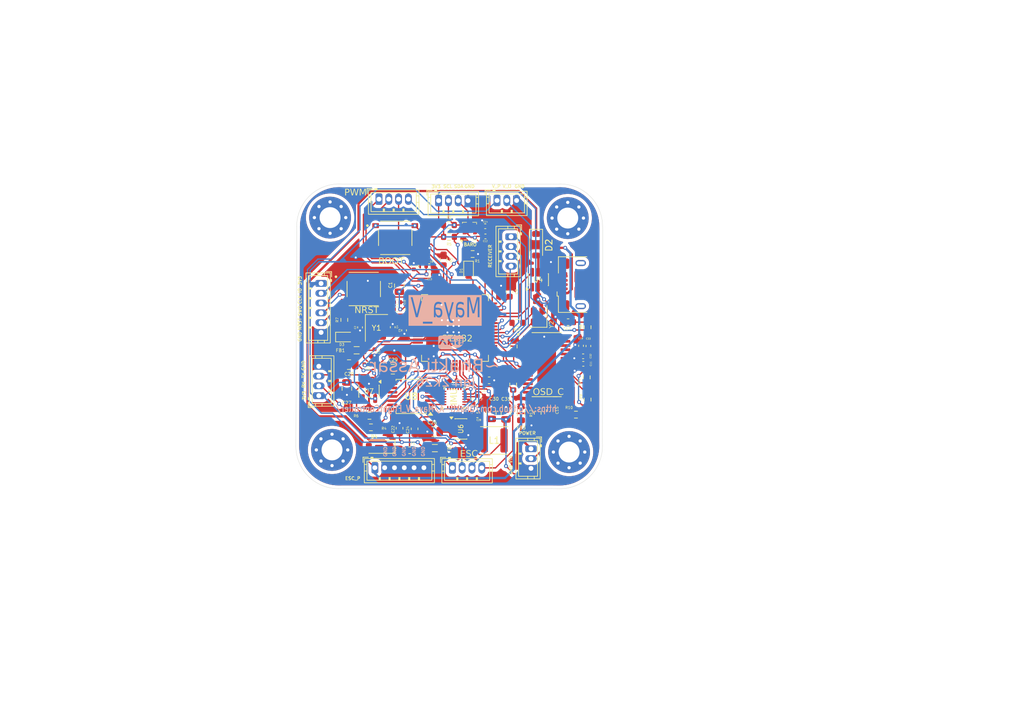
<source format=kicad_pcb>
(kicad_pcb (version 20241229) (generator "pcbnew") (generator_version "9.0")
  (layers (0 "F.Cu" signal) (2 "B.Cu" signal) (13 "F.Paste" user) (15 "B.Paste" user) (5 "F.SilkS" user "F.Silkscreen") (7 "B.SilkS" user "B.Silkscreen") (1 "F.Mask" user) (3 "B.Mask" user) (25 "Edge.Cuts" user))
  (net 0 "")
  (net 1 "GND")
  (net 2 "+3V3")
  (net 3 "HSE_IN")
  (net 4 "HSE_OUT")
  (net 5 "/VCAP_1")
  (net 6 "/VCAP_2")
  (net 7 "NRST")
  (net 8 "Net-(C15-Pad1)")
  (net 9 "VIN")
  (net 10 "+3V3A")
  (net 11 "SAG")
  (net 12 "Net-(C17-Pad2)")
  (net 13 "VDDIO_1v8")
  (net 14 "/BUCK_IN")
  (net 15 "/ICM_REGOUT")
  (net 16 "/BUCK_BST")
  (net 17 "/BUCK_SW")
  (net 18 "LED")
  (net 19 "/MCU_LED_K")
  (net 20 "ESC_P")
  (net 21 "Net-(D2-K)")
  (net 22 "/POW_LED_K")
  (net 23 "Net-(J8-Pin_1)")
  (net 24 "SDA")
  (net 25 "SCL")
  (net 27 "USB_CONN_D-")
  (net 34 "USB_CONN_D+")
  (net 35 "V")
  (net 36 "USART2_RX")
  (net 37 "USART2_TX")
  (net 38 "SWCLK")
  (net 39 "SWDIO")
  (net 40 "SWO")
  (net 41 "VIDEO_OUT")
  (net 42 "TM8_CH4")
  (net 43 "TM8_CH1")
  (net 44 "TM8_CH2")
  (net 45 "TM8_CH3")
  (net 46 "TM3_CH4")
  (net 47 "TM3_CH2")
  (net 48 "TM3_CH1")
  (net 49 "TM3_CH3")
  (net 50 "TIM1_CH1")
  (net 51 "TIM4_CH3")
  (net 52 "TIM1_CH2")
  (net 53 "TIM4_CH4")
  (net 54 "/BOOT0")
  (net 55 "SDA2")
  (net 56 "SCL2")
  (net 57 "HSYNC")
  (net 58 "VSYNC")
  (net 59 "LOS")
  (net 60 "Net-(U2-~{RESET})")
  (net 61 "CS")
  (net 62 "Net-(Y2-OUT)")
  (net 63 "Net-(U2-CLKIN)")
  (net 66 "SDIN")
  (net 67 "SDOUT")
  (net 68 "SCLK")
  (net 80 "ICM_INT_3v3")
  (net 81 "USB_D+")
  (net 87 "USB_D-")
  (net 95 "ICM_SDA")
  (net 100 "ICM_INT_1v8")
  (net 102 "ICM_SCL")
  (footprint "Capacitor_SMD:C_0603_1608Metric" (layer "F.Cu") (at 143.125 85.975 -90)
    (property "Reference" "C15" (hide yes))
    (property "Value" "0.1u" (hide yes))
  )
  (footprint "Capacitor_SMD:C_0402_1005Metric" (layer "F.Cu") (at 148.25 78.825)
    (property "Reference" "C11" (hide yes))
    (property "Value" "0.1u" (hide yes))
  )
  (footprint "Capacitor_SMD:C_0402_1005Metric" (layer "F.Cu") (at 120.84 73.7 -90)
    (property "Reference" "C5" (hide yes))
    (property "Value" "100n" (hide yes))
  )
  (footprint "Resistor_SMD:R_0603_1608Metric" (layer "F.Cu") (at 127.695 57.58)
    (property "Reference" "R3" (hide yes))
    (property "Value" "2k2" (hide yes))
  )
  (footprint "Capacitor_SMD:C_0402_1005Metric" (layer "F.Cu") (at 147.9025 76.07 -90)
    (property "Reference" "C19" (hide yes))
    (property "Value" "0.1u" (hide yes))
  )
  (footprint "Capacitor_SMD:C_0402_1005Metric" (layer "F.Cu") (at 122.325 63.895 90)
    (property "Reference" "C8" (hide yes))
    (property "Value" "100n" (hide yes))
  )
  (footprint "Capacitor_SMD:C_0402_1005Metric" (layer "F.Cu") (at 115.245 78.925 180)
    (property "Reference" "C18" (hide yes))
    (property "Value" "100n" (hide yes))
  )
  (footprint "Capacitor_SMD:C_0402_1005Metric" (layer "F.Cu") (at 114.11 73.25 -90)
    (property "Reference" "C2" (hide yes))
    (property "Value" "10p" (hide yes))
  )
  (footprint "Connector_JST:JST_ZH_B6B-ZR_1x06_P1.50mm_Vertical" (layer "F.Cu") (at 116.375 94.725)
    (property "Reference" "J12" (hide yes))
    (property "Value" "Conn_01x06" (hide yes))
  )
  (footprint "LED_SMD:LED_0603_1608Metric" (layer "F.Cu") (at 130.7 64.6 -90)
    (property "Reference" "D1" (hide yes))
    (property "Value" "LED" (hide yes))
  )
  (footprint "Capacitor_SMD:C_0603_1608Metric" (layer "F.Cu") (at 136.975 67.775 90)
    (property "Reference" "C9" (hide yes))
    (property "Value" "2u2" (hide yes))
  )
  (footprint "Inductor_SMD:L_0805_2012Metric" (layer "F.Cu") (at 113.5875 76.75 180)
    (property "Reference" "FB1" (hide yes))
    (property "Value" "100R" (hide yes))
  )
  (footprint "Connector_JST:JST_ZH_B6B-ZR_1x06_P1.50mm_Vertical" (layer "F.Cu") (at 108.15 66.525 -90)
    (property "Reference" "J6" (hide yes))
    (property "Value" "Conn_01x06" (hide yes))
  )
  (footprint "MountingHole:MountingHole_3.2mm_M3_Pad_Via" (layer "F.Cu") (at 109.825 92)
    (property "Reference" "H3" (hide yes))
    (property "Value" "MountingHole" (hide yes))
  )
  (footprint "Oscillator:Oscillator_SMD_SeikoEpson_SG210-4Pin_2.5x2.0mm" (layer "F.Cu") (at 141.325 71.575 90)
    (property "Reference" "Y2" (hide yes))
    (property "Value" "SG-210STF" (hide yes))
  )
  (footprint "Capacitor_SMD:C_0603_1608Metric" (layer "F.Cu") (at 133.85 81.35)
    (property "Reference" "C7" (hide yes))
    (property "Value" "2u2" (hide yes))
  )
  (footprint "TS-1187A-B-A-B:SW_TS-1187A-B-A-B" (layer "F.Cu") (at 119.4875 59.55)
    (property "Reference" "S2" (hide yes))
    (property "Value" "TS-1187A-B-A-B" (hide yes))
  )
  (footprint "Fuse:Fuse_0603_1608Metric" (layer "F.Cu") (at 121.7 92.05 180)
    (property "Reference" "F1" (hide yes))
    (property "Value" "500 mA" (hide yes))
  )
  (footprint "Capacitor_SMD:C_0402_1005Metric" (layer "F.Cu") (at 132.05 86.7 180)
    (property "Reference" "C28" (hide yes))
    (property "Value" "100n" (hide yes))
  )
  (footprint "Sensor_Motion:InvenSense_QFN-24_3x3mm_P0.4mm" (layer "F.Cu") (at 128.525 84.05 90)
    (property "Reference" "U5" (hide yes))
    (property "Value" "ICM-20948" (hide yes))
  )
  (footprint "Capacitor_SMD:C_0402_1005Metric" (layer "F.Cu") (at 132.6 83.725)
    (property "Reference" "C25" (hide yes))
    (property "Value" "100n" (hide yes))
  )
  (footprint "Resistor_SMD:R_0603_1608Metric" (layer "F.Cu") (at 147.125 86.6 180)
    (property "Reference" "R10" (hide yes))
    (property "Value" "1k" (hide yes))
  )
  (footprint "Connector_JST:JST_ZH_B4B-ZR_1x04_P1.50mm_Vertical" (layer "F.Cu") (at 117 53.625)
    (property "Reference" "J11" (hide yes))
    (property "Value" "Conn_01x04" (hide yes))
  )
  (footprint "Capacitor_SMD:C_0402_1005Metric" (layer "F.Cu") (at 131.95 84.9)
    (property "Reference" "C21" (hide yes))
    (property "Value" "100n" (hide yes))
  )
  (footprint "Resistor_SMD:R_0603_1608Metric" (layer "F.Cu") (at 126.88 62.87 -90)
    (property "Reference" "R2" (hide yes))
    (property "Value" "10k" (hide yes))
  )
  (footprint "Capacitor_SMD:C_0402_1005Metric" (layer "F.Cu") (at 149.0275 76.1 90)
    (property "Reference" "C33" (hide yes))
    (property "Value" "100n" (hide yes))
  )
  (footprint "Capacitor_SMD:C_0402_1005Metric" (layer "F.Cu") (at 133.255 57.775)
    (property "Reference" "C14" (hide yes))
    (property "Value" "100n" (hide yes))
  )
  (footprint "Capacitor_SMD:C_0603_1608Metric" (layer "F.Cu") (at 122.45 88.775 -90)
    (property "Reference" "C24" (hide yes))
    (property "Value" "2u2" (hide yes))
  )
  (footprint "Connector_JST:JST_ZH_B4B-ZR_1x04_P1.50mm_Vertical" (layer "F.Cu") (at 126.125 53.85)
    (property "Reference" "J1" (hide yes))
    (property "Value" "Conn_01x04" (hide yes))
  )
  (footprint "Crystal:Crystal_SMD_3225-4Pin_3.2x2.5mm" (layer "F.Cu") (at 116.63 73.34 -90)
    (property "Reference" "Y1" (hide yes))
    (property "Value" "16Mhz" (hide yes))
  )
  (footprint "Package_TO_SOT_SMD:TSOT-23-6" (layer "F.Cu") (at 129.525 88.7875)
    (property "Reference" "U6" (hide yes))
    (property "Value" "AP63203WU" (hide yes))
  )
  (footprint "Resistor_SMD:R_0603_1608Metric" (layer "F.Cu") (at 115.55 86.775)
    (property "Reference" "R6" (hide yes))
    (property "Value" "2k2" (hide yes))
  )
  (footprint "Capacitor_SMD:C_0603_1608Metric" (layer "F.Cu") (at 145.925 72.45)
    (property "Reference" "C17" (hide yes))
    (property "Value" "100n" (hide yes))
  )
  (footprint "Capacitor_SMD:C_0402_1005Metric" (layer "F.Cu") (at 119.8 69.4 180)
    (property "Reference" "C10" (hide yes))
    (property "Value" "100n" (hide yes))
  )
  (footprint "Capacitor_SMD:C_0402_1005Metric" (layer "F.Cu") (at 128.38 81.375 180)
    (property "Reference" "C23" (hide yes))
    (property "Value" "100n" (hide yes))
  )
  (footprint "Capacitor_SMD:C_0402_1005Metric" (layer "F.Cu") (at 133.28 59.325)
    (property "Reference" "C12" (hide yes))
    (property "Value" "100n" (hide yes))
  )
  (footprint "MountingHole:MountingHole_3.2mm_M3_Pad_Via" (layer "F.Cu") (at 109.525 56.45)
    (property "Reference" "H1" (hide yes))
    (property "Value" "MountingHole" (hide yes))
  )
  (footprint "Resistor_SMD:R_0603_1608Metric" (layer "F.Cu") (at 131.325 62.025)
    (property "Reference" "R1" (hide yes))
    (property "Value" "1k" (hide yes))
  )
  (footprint "Resistor_SMD:R_0603_1608Metric" (layer "F.Cu") (at 137.6 76.175 -90)
    (property "Reference" "R15" (hide yes))
    (property "Value" "10k" (hide yes))
  )
  (footprint "Capacitor_SMD:C_0402_1005Metric" (layer "F.Cu") (at 148.225 77.675 180)
    (property "Reference" "C32" (hide yes))
    (property "Value" "0.1u" (hide yes))
  )
  (footprint "Capacitor_SMD:C_0402_1005Metric" (layer "F.Cu") (at 124.7 63.875)
    (property "Reference" "C6" (hide yes))
    (property "Value" "100n" (hide yes))
  )
  (footprint "Package_TO_SOT_SMD:SOT-23-5" (layer "F.Cu") (at 115.4725 83.0125 -90)
    (property "Reference" "U7" (hide yes))
    (property "Value" "LD39015M18R" (hide yes))
  )
  (footprint "MAX7456EUI_:SOP65P637X110-28N" (layer "F.Cu") (at 142.65 78.95)
    (property "Reference" "U2" (hide yes))
    (property "Value" "MAX7456EUI_" (hide yes))
  )
  (footprint "Package_TO_SOT_SMD:SOT-23-6" (layer "F.Cu") (at 141.3625 65.95 90)
    (property "Reference" "U4" (hide yes))
    (property "Value" "USBLC6-2SC6" (hide yes))
  )
  (footprint "Resistor_SMD:R_0603_1608Metric" (layer "F.Cu") (at 137.525 82 90)
    (property "Reference" "R11" (hide yes))
    (property "Value" "1k" (hide yes))
  )
  (footprint "Inductor_SMD:L_Sunlord_SWPA4030S" (layer "F.Cu") (at 134.625 90.55)
    (property "Reference" "L1" (hide yes))
    (property "Value" "3.9uH" (hide yes))
  )
  (footprint "Connector_JST:JST_ZH_B4B-ZR_1x04_P1.50mm_Vertical" (layer "F.Cu") (at 137.2 59.375 -90)
    (property "Reference" "J9" (hide yes))
    (property "Value" "Conn_01x04" (hide yes))
  )
  (footprint "Capacitor_SMD:C_0402_1005Metric" (layer "F.Cu") (at 116.325 77.075 -90)
    (property "Reference" "C16" (hide yes))
    (property "Value" "100n" (hide yes))
  )
  (footprint "MountingHole:MountingHole_3.2mm_M3_Pad_Via" (layer "F.Cu") (at 146.075 92.325)
    (property "Reference" "H4" (hide yes))
    (property "Value" "MountingHole" (hide yes))
  )
  (footprint "Capacitor_SMD:C_0805_2012Metric" (layer "F.Cu") (at 134.175 86.3 90)
    (property "Reference" "C30" (hide yes))
    (property "Value" "22u" (hide yes))
  )
  (footprint "Diode_SMD:D_SOD-123" (layer "F.Cu") (at 141.025 60.6 -90)
    (property "Reference" "D2" (hide yes))
    (property "Value" "b5819w" (hide yes))
  )
  (footprint "Package_SO:TSSOP-14_4.4x5mm_P0.65mm" (layer "F.Cu") (at 121.925 83.8175 180)
    (property "Reference" "U8" (hide yes))
    (property "Value" "NTS0104PW" (hide yes))
  )
  (footprint "Capacitor_SMD:C_0805_2012Metric" (layer "F.Cu") (at 112.425 78.95 180)
    (property "Reference" "C20" (hide yes))
    (property "Value" "10u" (hide yes))
  )
  (footprint "Capacitor_SMD:C_0402_1005Metric" (layer "F.Cu") (at 119.775 70.48 180)
    (property "Reference" "C3" (hide yes))
    (property "Value" "100n" (hide yes))
  )
  (footprint "Capacitor_SMD:C_0805_2012Metric" (layer "F.Cu") (at 125.35 89.2 180)
    (property "Reference" "C26" (hide yes))
    (property "Value" "10u" (hide yes))
  )
  (footprint "Resistor_SMD:R_0603_1608Metric" (layer "F.Cu") (at 127.71 59.4)
    (property "Reference" "R5" (hide yes))
    (property "Value" "2k2" (hide yes))
  )
  (footprint "Resistor_SMD:R_0603_1608Metric" (layer "F.Cu") (at 148.9 84.3 90)
    (property "Reference" "R9" (hide yes))
    (property "Value" "1k" (hide yes))
  )
  (footprint "Resistor_SMD:R_0603_1608Metric" (layer "F.Cu") (at 138.175 72.55 180)
    (property "Reference" "R16" (hide yes))
    (property "Value" "33R" (hide yes))
  )
  (footprint "Capacitor_SMD:C_0805_2012Metric" (layer "F.Cu") (at 136.425 86.375 90)
    (property "Reference" "C31" (hide yes))
    (property "Value" "22u" (hide yes))
  )
  (footprint "Capacitor_SMD:C_0402_1005Metric" (layer "F.Cu") (at 119.1 73.22 90)
    (property "Reference" "C4" (hide yes))
    (property "Value" "10p" (hide yes))
  )
  (footprint "Capacitor_SMD:C_0805_2012Metric" (layer "F.Cu") (at 120.12 66.85 90)
    (property "Reference" "C1" (hide yes))
    (property "Value" "10u" (hide yes))
  )
  (footprint "TS-1187A-B-A-B:SW_TS-1187A-B-A-B" (layer "F.Cu") (at 114.675 67.375)
    (property "Reference" "S1" (hide yes))
    (property "Value" "TS-1187A-B-A-B" (hide yes))
  )
  (footprint "Resistor_SMD:R_0603_1608Metric" (layer "F.Cu") (at 148.9 73.225 -90)
    (property "Reference" "R8" (hide yes))
    (property "Value" "75R" (hide yes))
  )
  (footprint "Connector_JST:JST_ZH_B3B-ZR_1x03_P1.50mm_Vertical" (layer "F.Cu") (at 135.05 53.825)
    (property "Reference" "J7" (hide yes))
    (property "Value" "Conn_01x03_Pin" (hide yes))
  )
  (footprint "Resistor_SMD:R_0603_1608Metric" (layer "F.Cu") (at 148.775 80.9 -90)
    (property "Reference" "R14" (hide yes))
    (property "Value" "10k" (hide yes))
  )
  (footprint "Inductor_SMD:L_0805_2012Metric" (layer "F.Cu") (at 138.725 86.4 -90)
    (property "Reference" "FB3" (hide yes))
    (property "Value" "600R" (hide yes))
  )
  (footprint "Resistor_SMD:R_0603_1608Metric" (layer "F.Cu") (at 115.775 88.55)
    (property "Reference" "R4" (hide yes))
    (property "Value" "2k2" (hide yes))
  )
  (footprint "Capacitor_SMD:C_0805_2012Metric" (layer "F.Cu") (at 119.125 79.65)
    (property "Reference" "C29" (hide yes))
    (property "Value" "10u" (hide yes))
  )
  (footprint "Capacitor_SMD:C_0603_1608Metric" (layer "F.Cu") (at 120.15 88.675 90)
    (property "Reference" "C22" (hide yes))
    (property "Value" "2u2" (hide yes))
  )
  (footprint "Connector_JST:JST_ZH_B4B-ZR_1x04_P1.50mm_Vertical" (layer "F.Cu") (at 107.8 83.7 90)
    (property "Reference" "J5" (hide yes))
    (property "Value" "Conn_01x04" (hide yes))
  )
  (footprint "Connector_USB:USB_Micro-B_Amphenol_10118193-0001LF_Horizontal" (layer "F.Cu") (at 147.85 66.7 90)
    (property "Reference" "J3" (hide yes))
    (property "Value" "USB_B_Micro" (hide yes))
  )
  (footprint "Package_LGA:Bosch_LGA-8_2x2.5mm_P0.65mm_ClockwisePinNumbering" (layer "F.Cu") (at 130.8625 58.5175 90)
    (property "Reference" "U1" (hide yes))
    (property "Value" "BMP280" (hide yes))
  )
  (footprint "Inductor_SMD:L_0805_2012Metric" (layer "F.Cu") (at 125.55 91.725)
    (property "Reference" "FB2" (hide yes))
    (property "Value" "100R" (hide yes))
  )
  (footprint "Capacitor_SMD:C_0805_2012Metric" (layer "F.Cu") (at 112.1 82.625 -90)
    (property "Reference" "C27" (hide yes))
    (property "Value" "10u" (hide yes))
  )
  (footprint "Capacitor_SMD:C_0402_1005Metric" (layer "F.Cu") (at 124.75 65.125)
    (property "Reference" "C13" (hide yes))
    (property "Value" "100n" (hide yes))
  )
  (footprint "Package_QFP:LQFP-64_10x10mm_P0.5mm" (layer "F.Cu") (at 128.63 73.34)
    (property "Reference" "U3" (hide yes))
    (property "Value" "STM32F405RGTx" (hide yes))
  )
  (footprint "LED_SMD:LED_0603_1608Metric" (layer "F.Cu") (at 111.8625 74.725)
    (property "Reference" "D3" (hide yes))
    (property "Value" "LED" (hide yes))
  )
  (footprint "MountingHole:MountingHole_3.2mm_M3_Pad_Via" (layer "F.Cu") (at 145.872056 56.522056)
    (property "Reference" "H2" (hide yes))
    (property "Value" "MountingHole" (hide yes))
  )
  (footprint "Resistor_SMD:R_0603_1608Metric" (layer "F.Cu") (at 111.7 72.1 90)
    (property "Reference" "R7" (hide yes))
    (property "Value" "1k" (hide yes))
  )
  (footprint "Diode_SMD:D_SOD-123" (layer "F.Cu") (at 117.1 91.525 180)
    (property "Reference" "D4" (hide yes))
    (property "Value" "b5819w" (hide yes))
  )
  (footprint "Connector_JST:JST_ZH_B4B-ZR_1x04_P1.50mm_Vertical" (layer "F.Cu") (at 128.225 94.75)
    (property "Reference" "J10" (hide yes))
    (property "Value" "Conn_01x04" (hide yes))
  )
  (footprint "Resistor_SMD:R_0603_1608Metric" (layer "F.Cu") (at 141.275 86.325 -90)
    (property "Reference" "R12" (hide yes))
    (property "Value" "75R" (hide yes))
  )
  (footprint "Connector_JST:JST_ZH_B3B-ZR_1x03_P1.50mm_Vertical" (layer "F.Cu") (at 140.25 91.825 -90)
    (property "Reference" "J8" (hide yes))
    (property "Value" "Conn_01x03_Pin" (hide yes))
  )
  (footprint "logo:sra_logo" (layer "B.Cu") (at 128 75.5 180)
    (property "Reference" "G***" (hide yes))
    (property "Value" "LOGO" (hide yes))
  )
  (gr_arc (start 144.721484 51.303516) (mid 149.3 53.2) (end 151.196484 57.778516) (stroke (width 0.05)) (layer "Edge.Cuts"))
  (gr_line (start 104.425 58.65) (end 104.3 90.425) (stroke (width 0.05)) (layer "Edge.Cuts"))
  (gr_line (start 151.225 58.525) (end 151.175 90.4) (stroke (width 0.05)) (layer "Edge.Cuts"))
  (gr_line (start 111.75 51.325) (end 110.921194 51.296194) (stroke (width 0.05)) (layer "Edge.Cuts"))
  (gr_line (start 111.6125 97.925) (end 143.4375 97.925) (stroke (width 0.05)) (layer "Edge.Cuts"))
  (gr_line (start 111.6125 97.925) (end 110.796194 97.928806) (stroke (width 0.05)) (layer "Edge.Cuts"))
  (gr_arc (start 104.421194 57.796194) (mid 106.325 53.2) (end 110.921194 51.296194) (stroke (width 0.05)) (layer "Edge.Cuts"))
  (gr_arc (start 151.186128 91.411128) (mid 149.275 96.025) (end 144.661128 97.936128) (stroke (width 0.05)) (layer "Edge.Cuts"))
  (gr_line (start 151.186128 91.4111) (end 151.175 90.4) (stroke (width 0.05)) (layer "Edge.Cuts"))
  (gr_arc (start 110.796194 97.928806) (mid 106.2 96.025) (end 104.296194 91.428806) (stroke (width 0.05)) (layer "Edge.Cuts"))
  (gr_line (start 151.225 58.525) (end 151.196484 57.77852) (stroke (width 0.05)) (layer "Edge.Cuts"))
  (gr_line (start 104.3 90.425) (end 104.296195 91.428806) (stroke (width 0.05)) (layer "Edge.Cuts"))
  (gr_line (start 104.425 58.65) (end 104.421194 57.796194) (stroke (width 0.05)) (layer "Edge.Cuts"))
  (gr_line (start 143.65 51.325) (end 144.7215 51.303516) (stroke (width 0.05)) (layer "Edge.Cuts"))
  (gr_line (start 111.75 51.325) (end 143.65 51.325) (stroke (width 0.05)) (layer "Edge.Cuts"))
  (gr_line (start 143.4375 97.925) (end 144.661128 97.936128) (stroke (width 0.05)) (layer "Edge.Cuts"))
  (gr_text "SWO\n" (at 105.225 71.575 90) (layer "F.SilkS") (effects (font (size 0.5 0.5) (thickness 0.1) (bold yes)) (justify left bottom)))
  (gr_text "PWM" (at 111.7 53.225 0) (layer "F.SilkS") (effects (font (size 1 1) (thickness 0.1)) (justify left bottom)))
  (gr_text "V_O" (at 135.85 51.95 0) (layer "F.SilkS") (effects (font (size 0.5 0.5) (thickness 0.1) (bold yes)) (justify left bottom)))
  (gr_text "V_P" (at 134.225 51.95 0) (layer "F.SilkS") (effects (font (size 0.5 0.5) (thickness 0.1) (bold yes)) (justify left bottom)))
  (gr_text "ESC_P" (at 111.775 96.65 0) (layer "F.SilkS") (effects (font (size 0.5 0.5) (thickness 0.1) (bold yes)) (justify left bottom)))
  (gr_text "IO" (at 105.2 68.075 90) (layer "F.SilkS") (effects (font (size 0.5 0.5) (thickness 0.1) (bold yes)) (justify left bottom)))
  (gr_text "C2" (at 113.375 73.275 90) (layer "F.SilkS") (effects (font (size 0.25 0.25) (thickness 0.04))))
  (gr_text "GND" (at 130.025 51.975 0) (layer "F.SilkS") (effects (font (size 0.5 0.5) (thickness 0.1) (bold yes)) (justify left bottom)))
  (gr_text "CLK" (at 105.2 69.775 90) (layer "F.SilkS") (effects (font (size 0.5 0.5) (thickness 0.1) (bold yes)) (justify left bottom)))
  (gr_text "GND" (at 137.675 51.975 0) (layer "F.SilkS") (effects (font (size 0.5 0.5) (thickness 0.1) (bold yes)) (justify left bottom)))
  (gr_text "SDA" (at 128.425 51.975 0) (layer "F.SilkS") (effects (font (size 0.5 0.5) (thickness 0.1) (bold yes)) (justify left bottom)))
  (gr_text "SCL" (at 126.775 51.975 0) (layer "F.SilkS") (effects (font (size 0.5 0.5) (thickness 0.1) (bold yes)) (justify left bottom)))
  (gr_text "GND" (at 105.75 79.925 90) (layer "F.SilkS") (effects (font (size 0.5 0.5) (thickness 0.1) (bold yes)) (justify left bottom)))
  (gr_text "3V3" (at 124.975 52 0) (layer "F.SilkS") (effects (font (size 0.5 0.5) (thickness 0.1) (bold yes)) (justify left bottom)))
  (gr_text "IMU" (at 129.1 85.175 90) (layer "F.SilkS") (effects (font (size 1 1) (thickness 0.1)) (justify left bottom)))
  (gr_text "POWER" (at 138.35 89.725 0) (layer "F.SilkS") (effects (font (size 0.5 0.5) (thickness 0.1) (bold yes)) (justify left bottom)))
  (gr_text "VIN" (at 137.425 94.1 90) (layer "F.SilkS") (effects (font (size 0.5 0.5) (thickness 0.1) (bold yes)) (justify left bottom)))
  (gr_text "OSD_C\n" (at 140.525 83.75 0) (layer "F.SilkS") (effects (font (size 1 1) (thickness 0.1)) (justify left bottom)))
  (gr_text "NRST\n" (at 113.25 71.225 0) (layer "F.SilkS") (effects (font (size 1 1) (thickness 0.1)) (justify left bottom)))
  (gr_text "3V3" (at 105.225 66.85 90) (layer "F.SilkS") (effects (font (size 0.5 0.5) (thickness 0.1) (bold yes)) (justify left bottom)))
  (gr_text "3V3" (at 105.85 84.425 90) (layer "F.SilkS") (effects (font (size 0.5 0.5) (thickness 0.1) (bold yes)) (justify left bottom)))
  (gr_text "BOOT" (at 116.9 63.725 0) (layer "F.SilkS") (effects (font (size 1 1) (thickness 0.1)) (justify left bottom)))
  (gr_text "BARO\n" (at 129.9 60.875 0) (layer "F.SilkS") (effects (font (size 0.5 0.5) (thickness 0.1) (bold yes)) (justify left bottom)))
  (gr_text "NRST\n" (at 105.2 73.75 90) (layer "F.SilkS") (effects (font (size 0.5 0.5) (thickness 0.1) (bold yes)) (justify left bottom)))
  (gr_text "RECEIVER" (at 134.3 64.175 90) (layer "F.SilkS") (effects (font (size 0.5 0.5) (thickness 0.1) (bold yes)) (justify left bottom)))
  (gr_text "GND" (at 105.2 75.5 90) (layer "F.SilkS") (effects (font (size 0.5 0.5) (thickness 0.1) (bold yes)) (justify left bottom)))
  (gr_text "TX\n" (at 105.775 81.1 90) (layer "F.SilkS") (effects (font (size 0.5 0.5) (thickness 0.1) (bold yes)) (justify left bottom)))
  (gr_text "ESC" (at 129.375 93.225 0) (layer "F.SilkS") (effects (font (size 1 1) (thickness 0.1)) (justify left bottom)))
  (gr_text "RX" (at 105.8 82.575 90) (layer "F.SilkS") (effects (font (size 0.5 0.5) (thickness 0.1) (bold yes)) (justify left bottom)))
  (gr_text "GND" (at 137.45 95.875 90) (layer "F.SilkS") (effects (font (size 0.5 0.5) (thickness 0.1) (bold yes)) (justify left bottom)))
  (gr_text "STM32" (at 126.6 75.575 0) (layer "F.SilkS") (effects (font (size 1 1) (thickness 0.1)) (justify left bottom)))
  (gr_text "GND" (at 122.675 93.05 90) (layer "B.SilkS") (effects (font (size 0.5 0.5) (thickness 0.1) (bold yes)) (justify left bottom)))
  (gr_text "~Bhakti Assar" (at 135.45 80.4 0) (layer "B.SilkS") (effects (font (size 2 2) (thickness 0.1)) (justify left bottom mirror)))
  (gr_text "https://github.com/Bhakti-A/Maya_V_FlightController/" (at 144.25 86.275 0) (layer "B.SilkS") (effects (font (size 1 0.8) (thickness 0.15) (bold yes)) (justify left bottom mirror)))
  (gr_text "GND" (at 118.275 93.1 90) (layer "B.SilkS") (effects (font (size 0.5 0.5) (thickness 0.1) (bold yes)) (justify left bottom)))
  (gr_text "GND" (at 124.05 93.075 90) (layer "B.SilkS") (effects (font (size 0.5 0.5) (thickness 0.1) (bold yes)) (justify left bottom)))
  (gr_text "GND" (at 119.675 93.075 90) (layer "B.SilkS") (effects (font (size 0.5 0.5) (thickness 0.1) (bold yes)) (justify left bottom)))
  (gr_text "Maya_V" (at 132.65 72.2 -0) (layer "B.SilkS" knockout) (effects (font (size 3 2) (thickness 0.1)) (justify left bottom mirror)))
  (gr_text "Jan 2k26" (at 131.75 82.575 0) (layer "B.SilkS") (effects (font (size 1.5 1.5) (thickness 0.1)) (justify left bottom mirror)))
  (gr_text "GND" (at 121.125 93.05 90) (layer "B.SilkS") (effects (font (size 0.5 0.5) (thickness 0.1) (bold yes)) (justify left bottom)))
  (segment (start 120.075 77.5) (end 119.35 76.775) (width 0.2) (layer "F.Cu") (net 1))
  (segment (start 114.11 73.73) (end 115.07 73.73) (width 0.2) (layer "F.Cu") (net 1))
  (segment (start 123.09 62.65) (end 123.955 62.65) (width 0.2) (layer "F.Cu") (net 1))
  (segment (start 120.8925 74.2325) (end 121.75 75.09) (width 0.2) (layer "F.Cu") (net 1))
  (segment (start 140.924 76.265999) (end 140.924 75.299) (width 0.2) (layer "F.Cu") (net 1))
  (segment (start 119.32 70.455) (end 119.295 70.48) (width 0.2) (layer "F.Cu") (net 1))
  (segment (start 115.78 73.94) (end 117.48 72.24) (width 0.2) (layer "F.Cu") (net 1))
  (segment (start 130.125 91.75) (end 130.275 91.6) (width 0.2) (layer "F.Cu") (net 1))
  (segment (start 119.295 70.48) (end 115.46245 70.48) (width 0.2) (layer "F.Cu") (net 1))
  (segment (start 138.05 53.825) (end 138.05 53.975) (width 0.2) (layer "F.Cu") (net 1))
  (segment (start 127.487471 81.462471) (end 127.574943 81.375) (width 0.2) (layer "F.Cu") (net 1))
  (segment (start 143.3 63.525) (end 143.3 63.25) (width 0.2) (layer "F.Cu") (net 1))
  (segment (start 133.76 59.325) (end 133.76 63.785) (width 0.2) (layer "F.Cu") (net 1))
  (segment (start 123.763824 75.09) (end 122.955 75.09) (width 0.2) (layer "F.Cu") (net 1))
  (segment (start 147.9025 75.59) (end 147.36 75.59) (width 0.2) (layer "F.Cu") (net 1))
  (segment (start 132.43 84.375) (end 133.08 83.725) (width 0.2) (layer "F.Cu") (net 1))
  (segment (start 140.924 75.299) (end 141.548 74.675) (width 0.2) (layer "F.Cu") (net 1))
  (segment (start 108.05 78.95) (end 107.8 79.2) (width 0.2) (layer "F.Cu") (net 1))
  (segment (start 111.675 65.5) (end 117.675 65.5) (width 0.2) (layer "F.Cu") (net 1))
  (segment (start 127.525 81.75) (end 127.9 81.375) (width 0.2) (layer "F.Cu") (net 1))
  (segment (start 127.225 81.55) (end 127.312471 81.637471) (width 0.2) (layer "F.Cu") (net 1))
  (segment (start 125.67 62.045) (end 124.725 61.1) (width 0.2) (layer "F.Cu") (net 1))
  (segment (start 108.15 74.025) (end 108.95 74.025) (width 0.2) (layer "F.Cu") (net 1))
  (segment (start 132.43 85.57) (end 132.275 85.725) (width 0.2) (layer "F.Cu") (net 1))
  (segment (start 125.38 67.665) (end 125.38 68.605) (width 0.2) (layer "F.Cu") (net 1))
  (segment (start 127.525 82.55) (end 127.525 81.75) (width 0.2) (layer "F.Cu") (net 1))
  (segment (start 147.69927 79.025) (end 147.713563 79.025) (width 0.2) (layer "F.Cu") (net 1))
  (segment (start 124.315 75.09) (end 122.955 75.09) (width 0.2) (layer "F.Cu") (net 1))
  (segment (start 132.775 56) (end 132.775 57.775) (width 0.2) (layer "F.Cu") (net 1))
  (segment (start 125.18 63.875) (end 125.18 65.075) (width 0.2) (layer "F.Cu") (net 1))
  (segment (start 127.525 81.7) (end 127.375 81.7) (width 0.2) (layer "F.Cu") (net 1))
  (segment (start 140.325 88.1) (end 140.325 88.25) (width 0.2) (layer "F.Cu") (net 1))
  (segment (start 132.469 83.114) (end 133.08 83.725) (width 0.2) (layer "F.Cu") (net 1))
  (segment (start 115.78 74.44) (end 115.78 73.94) (width 0.2) (layer "F.Cu") (net 1))
  (segment (start 132.225 55.45) (end 130.625 53.85) (width 0.2) (layer "F.Cu") (net 1))
  (segment (start 125.38 79.015) (end 125.38 77.68) (width 0.2) (layer "F.Cu") (net 1))
  (segment (start 132.225 55.45) (end 132.775 56) (width 0.2) (layer "F.Cu") (net 1))
  (segment (start 126.225 65.225) (end 126.275 65.275) (width 0.2) (layer "F.Cu") (net 1))
  (segment (start 127.225 81.55) (end 127.125 81.55) (width 0.2) (layer "F.Cu") (net 1))
  (segment (start 128.270515 91.75) (end 130.125 91.75) (width 0.2) (layer "F.Cu") (net 1))
  (segment (start 123.473178 89.55) (end 122.45 89.55) (width 0.2) (layer "F.Cu") (net 1))
  (segment (start 126.88 62.045) (end 125.67 62.045) (width 0.2) (layer "F.Cu") (net 1))
  (segment (start 141.3625 68.2375) (end 141.3625 67.0875) (width 0.2) (layer "F.Cu") (net 1))
  (segment (start 120.84 74.18) (end 120.8925 74.2325) (width 0.2) (layer "F.Cu") (net 1))
  (segment (start 131.6625 57.5425) (end 132.7925 57.5425) (width 0.2) (layer "F.Cu") (net 1))
  (segment (start 126.95 81.375) (end 127.225 81.375) (width 0.2) (layer "F.Cu") (net 1))
  (segment (start 141.361765 68.238235) (end 141.3625 68.2375) (width 0.2) (layer "F.Cu") (net 1))
  (segment (start 147.77 78.968563) (end 147.77 78.825) (width 0.2) (layer "F.Cu") (net 1))
  (segment (start 132.775 57.935) (end 132.775 57.775) (width 0.2) (layer "F.Cu") (net 1))
  (segment (start 131.6625 58.8425) (end 131.8675 58.8425) (width 0.2) (layer "F.Cu") (net 1))
  (segment (start 148.9975 75.59) (end 149.0275 75.62) (width 0.2) (layer "F.Cu") (net 1))
  (segment (start 136.575 55.45) (end 132.225 55.45) (width 0.2) (layer "F.Cu") (net 1))
  (segment (start 147.36 75.59) (end 147.025 75.925) (width 0.2) (layer "F.Cu") (net 1))
  (segment (start 117.675 65.5) (end 119.72 65.5) (width 0.2) (layer "F.Cu") (net 1))
  (segment (start 120.075 79.65) (end 120.075 77.5) (width 0.2) (layer "F.Cu") (net 1))
  (segment (start 127.025 83.45) (end 126.576 83.45) (width 0.2) (layer "F.Cu") (net 1))
  (segment (start 125.18 65.075) (end 125.23 65.125) (width 0.2) (layer "F.Cu") (net 1))
  (segment (start 124.05 89.55) (end 124.4 89.2) (width 0.2) (layer "F.Cu") (net 1))
  (segment (start 141.548 74.675) (end 142.275 74.675) (width 0.2) (layer "F.Cu") (net 1))
  (segment (start 115.46245 70.48) (end 113.499 72.44345) (width 0.2) (layer "F.Cu") (net 1))
  (segment (start 141.388235 68.988235) (end 141.975 69.575) (width 0.2) (layer "F.Cu") (net 1))
  (segment (start 127.525 81.5) (end 127.487471 81.462471) (width 0.2) (layer "F.Cu") (net 1))
  (segment (start 132.15 62.025) (end 130.0625 59.9375) (width 0.2) (layer "F.Cu") (net 1))
  (segment (start 141.361765 68.988235) (end 141.388235 68.988235) (width 0.2) (layer "F.Cu") (net 1))
  (segment (start 127.697758 92.322758) (end 128.270515 91.75) (width 0.2) (layer "F.Cu") (net 1))
  (segment (start 141.975 69.575) (end 141.975 70.725) (width 0.2) (layer "F.Cu") (net 1))
  (segment (start 118.6 72.24) (end 119.1 72.74) (width 0.2) (layer "F.Cu") (net 1))
  (segment (start 141.275 87.15) (end 140.325 88.1) (width 0.2) (layer "F.Cu") (net 1))
  (segment (start 126.625 72.228824) (end 123.763824 75.09) (width 0.2) (layer "F.Cu") (net 1))
  (segment (start 119.32 69.4) (end 119.32 70.455) (width 0.2) (layer "F.Cu") (net 1))
  (segment (start 119.72 65.5) (end 120.12 65.9) (width 0.2) (layer "F.Cu") (net 1))
  (segment (start 127.125 81.55) (end 126.9 81.325) (width 0.2) (layer "F.Cu") (net 1))
  (segment (start 127.525 81.7) (end 127.525 81.5) (width 0.2) (layer "F.Cu") (net 1))
  (segment (start 125.38 68.605) (end 126.575 69.8) (width 0.2) (layer "F.Cu") (net 1))
  (segment (start 127.574943 81.375) (end 127.9 81.375) (width 0.2) (layer "F.Cu") (net 1))
  (segment (start 121.75 75.09) (end 122.955 75.09) (width 0.2) (layer "F.Cu") (net 1))
  (segment (start 127.225 81.375) (end 127.225 81.55) (width 0.2) (layer "F.Cu") (net 1))
  (segment (start 140.514999 76.675) (end 140.924 76.265999) (width 0.2) (layer "F.Cu") (net 1))
  (segment (start 138.05 53.975) (end 136.575 55.45) (width 0.2) (layer "F.Cu") (net 1))
  (segment (start 146.875 79.925) (end 146.925 79.875) (width 0.2) (layer "F.Cu") (net 1))
  (segment (start 147.745 77.675) (end 147.745 78.8) (width 0.2) (layer "F.Cu") (net 1))
  (segment (start 126.576 83.45) (end 126.301 83.175) (width 0.2) (layer "F.Cu") (net 1))
  (segment (start 132.7925 57.5425) (end 132.98 57.73) (width 0.2) (layer "F.Cu") (net 1))
  (segment (start 138.025 53.65) (end 138.025 54) (width 0.2) (layer "F.Cu") (net 1))
  (segment (start 147.445 77.975) (end 146.875 77.975) (width 0.2) (layer "F.Cu") (net 1))
  (segment (start 145.525 79.925) (end 146.875 79.925) (width 0.2) (layer "F.Cu") (net 1))
  (segment (start 108.95 74.025) (end 111.7 71.275) (width 0.2) (layer "F.Cu") (net 1))
  (segment (start 147.745 77.675) (end 147.445 77.975) (width 0.2) (layer "F.Cu") (net 1))
  (segment (start 126.301 83.175) (end 126.301 82.648943) (width 0.2) (layer "F.Cu") (net 1))
  (segment (start 131.79345 83.114) (end 132.469 83.114) (width 0.2) (layer "F.Cu") (net 1))
  (segment (start 131.45745 83.45) (end 131.79345 83.114) (width 0.2) (layer "F.Cu") (net 1))
  (segment (start 147.745 78.8) (end 147.77 78.825) (width 0.2) (layer "F.Cu") (net 1))
  (segment (start 124.7875 81.8175) (end 124.7875 81.8675) (width 0.2) (layer "F.Cu") (net 1))
  (segment (start 147.713563 79.025) (end 147.77 78.968563) (width 0.2) (layer "F.Cu") (net 1))
  (segment (start 146.875 77.975) (end 145.525 77.975) (width 0.2) (layer "F.Cu") (net 1))
  (segment (start 127.525 81.75) (end 127.525 81.7) (width 0.2) (layer "F.Cu") (net 1))
  (segment (start 130.0625 59.9375) (end 130.0625 59.4925) (width 0.2) (layer "F.Cu") (net 1))
  (segment (start 136.35 85.35) (end 136.425 85.425) (width 0.2) (layer "F.Cu") (net 1))
  (segment (start 126.9 81.325) (end 126.95 81.375) (width 0.2) (layer "F.Cu") (net 1))
  (segment (start 113.499 73.119) (end 114.11 73.73) (width 0.2) (layer "F.Cu") (net 1))
  (segment (start 122.325 63.415) (end 123.09 62.65) (width 0.2) (layer "F.Cu") (net 1))
  (segment (start 139.775 76.675) (end 140.514999 76.675) (width 0.2) (layer "F.Cu") (net 1))
  (segment (start 132.43 84.9) (end 132.43 85.57) (width 0.2) (layer "F.Cu") (net 1))
  (segment (start 132.43 84.9) (end 132.43 84.375) (width 0.2) (layer "F.Cu") (net 1))
  (segment (start 126.625 72.15) (end 126.625 72.228824) (width 0.2) (layer "F.Cu") (net 1))
  (segment (start 141.361765 68.988235) (end 141.361765 68.238235) (width 0.2) (layer "F.Cu") (net 1))
  (segment (start 117.48 72.24) (end 118.6 72.24) (width 0.2) (layer "F.Cu") (net 1))
  (segment (start 123.955 62.65) (end 125.18 63.875) (width 0.2) (layer "F.Cu") (net 1))
  (segment (start 125.18 63.875) (end 125.18 64.18) (width 0.2) (layer "F.Cu") (net 1))
  (segment (start 126.301 82.648943) (end 127.312471 81.637471) (width 0.2) (layer "F.Cu") (net 1))
  (segment (start 133.76 63.785) (end 136.975 67) (width 0.2) (layer "F.Cu") (net 1))
  (segment (start 131.8675 58.8425) (end 132.775 57.935) (width 0.2) (layer "F.Cu") (net 1))
  (segment (start 113.499 72.44345) (end 113.499 73.119) (width 0.2) (layer "F.Cu") (net 1))
  (segment (start 145.175 65.4) (end 143.3 63.525) (width 0.2) (layer "F.Cu") (net 1))
  (segment (start 125.325 76.1) (end 124.315 75.09) (width 0.2) (layer "F.Cu") (net 1))
  (segment (start 125.38 77.68) (end 125.375 77.675) (width 0.2) (layer "F.Cu") (net 1))
  (segment (start 130.025 83.45) (end 131.45745 83.45) (width 0.2) (layer "F.Cu") (net 1))
  (segment (start 125.18 64.18) (end 126.225 65.225) (width 0.2) (layer "F.Cu") (net 1))
  (segment (start 127.375 81.7) (end 127.312471 81.637471) (width 0.2) (layer "F.Cu") (net 1))
  (segment (start 122.45 89.55) (end 124.05 89.55) (width 0.2) (layer "F.Cu") (net 1))
  (segment (start 125.375 76.1) (end 125.325 76.1) (width 0.2) (layer "F.Cu") (net 1))
  (segment (start 132.455 84.875) (end 132.43 84.9) (width 0.2) (layer "F.Cu") (net 1))
  (segment (start 111.475 78.95) (end 108.05 78.95) (width 0.2) (layer "F.Cu") (net 1))
  (segment (start 147.9025 75.59) (end 148.9975 75.59) (width 0.2) (layer "F.Cu") (net 1))
  (segment (start 115.07 73.73) (end 115.78 74.44) (width 0.2) (layer "F.Cu") (net 1))
  (segment (start 125.484111 87.539067) (end 123.473178 89.55) (width 0.2) (layer "F.Cu") (net 1))
  (segment (start 127.312471 81.637471) (end 127.487471 81.462471) (width 0.2) (layer "F.Cu") (net 1))
  (segment (start 127.225 81.375) (end 127.9 81.375) (width 0.2) (layer "F.Cu") (net 1))
  (via (at 136.425 85.425) (size 0.6) (drill 0.3) (layers "F.Cu" "B.Cu") (net 1))
  (via (at 115.3 66.125) (size 0.6) (drill 0.3) (layers "F.Cu" "B.Cu") (net 1))
  (via (at 122.325 63.415) (size 0.6) (drill 0.3) (layers "F.Cu" "B.Cu") (net 1))
  (via (at 125.375 77.675) (size 0.6) (drill 0.3) (layers "F.Cu" "B.Cu") (net 1))
  (via (at 146.925 79.875) (size 0.6) (drill 0.3) (layers "F.Cu" "B.Cu") (net 1))
  (via (at 132.775 56.875) (size 0.6) (drill 0.3) (layers "F.Cu" "B.Cu") (net 1))
  (via (at 134.175 85.35) (size 0.6) (drill 0.3) (layers "F.Cu" "B.Cu") (net 1))
  (via (at 116.325 77.555) (size 0.6) (drill 0.3) (layers "F.Cu" "B.Cu") (net 1))
  (via (at 129.225 72.15) (size 0.6) (drill 0.3) (layers "F.Cu" "B.Cu") (net 1))
  (via (at 127.475 74.025) (size 0.6) (drill 0.3) (layers "F.Cu" "B.Cu") (net 1))
  (via (at 141.361765 68.988235) (size 0.6) (drill 0.3) (layers "F.Cu" "B.Cu") (net 1))
  (via (at 124.7875 81.8175) (size 0.6) (drill 0.3) (layers "F.Cu" "B.Cu") (net 1))
  (via (at 125.484111 87.539067) (size 0.6) (drill 0.3) (layers "F.Cu" "B.Cu") (net 1))
  (via (at 127.525 72.15) (size 0.6) (drill 0.3) (layers "F.Cu" "B.Cu") (net 1))
  (via (at 126.9 81.325) (size 0.6) (drill 0.3) (layers "F.Cu" "B.Cu") (net 1))
  (via (at 129.825735 86.325) (size 0.6) (drill 0.3) (layers "F.Cu" "B.Cu") (net 1))
  (via (at 132.15 62.025) (size 0.6) (drill 0.3) (layers "F.Cu" "B.Cu") (net 1))
  (via (at 115.4725 81.875) (size 0.6) (drill 0.3) (layers "F.Cu" "B.Cu") (net 1))
  (via (at 134.625 81.35) (size 0.6) (drill 0.3) (layers "F.Cu" "B.Cu") (net 1))
  (via (at 128.4 73.975) (size 0.6) (drill 0.3) (layers "F.Cu" "B.Cu") (net 1))
  (via (at 129.225 74.025) (size 0.6) (drill 0.3) (layers "F.Cu" "B.Cu") (net 1))
  (via (at 114.849274 79.061906) (size 0.6) (drill 0.3) (layers "F.Cu" "B.Cu") (net 1))
  (via (at 126.225 65.225) (size 0.6) (drill 0.3) (layers "F.Cu" "B.Cu") (net 1))
  (via (at 140.325 88.25) (size 0.6) (drill 0.3) (layers "F.Cu" "B.Cu") (net 1))
  (via (at 130.275 91.6) (size 0.6) (drill 0.3) (layers "F.Cu" "B.Cu") (net 1))
  (via (at 126.575 69.8) (size 0.6) (drill 0.3) (layers "F.Cu" "B.Cu") (net 1))
  (via (at 130.6625 89.7375) (size 0.6) (drill 0.3) (layers "F.Cu" "B.Cu") (net 1))
  (via (at 119.1 72.74) (size 0.6) (drill 0.3) (layers "F.Cu" "B.Cu") (net 1))
  (via (at 129.225 73.025) (size 0.6) (drill 0.3) (layers "F.Cu" "B.Cu") (net 1))
  (via (at 128.4 73.025) (size 0.6) (drill 0.3) (layers "F.Cu" "B.Cu") (net 1))
  (via (at 124.725 61.1) (size 0.6) (drill 0.3) (layers "F.Cu" "B.Cu") (net 1))
  (via (at 135.675 66.875) (size 0.6) (drill 0.3) (layers "F.Cu" "B.Cu") (net 1))
  (via (at 132.275 85.725) (size 0.6) (drill 0.3) (layers "F.Cu" "B.Cu") (net 1))
  (via (at 146.875 77.975) (size 0.6) (drill 0.3) (layers "F.Cu" "B.Cu") (net 1))
  (via (at 113.45 62.55) (size 0.6) (drill 0.3) (layers "F.Cu" "B.Cu") (net 1))
  (via (at 127.697758 92.322758) (size 0.6) (drill 0.3) (layers "F.Cu" "B.Cu") (net 1))
  (via (at 127.5 73) (size 0.6) (drill 0.3) (layers "F.Cu" "B.Cu") (net 1))
  (via (at 114.11 73.73) (size 0.6) (drill 0.3) (layers "F.Cu" "B.Cu") (net 1))
  (via (at 120.8925 74.2325) (size 0.6) (drill 0.3) (layers "F.Cu" "B.Cu") (net 1))
  (via (at 124.4 89.2) (size 0.6) (drill 0.3) (layers "F.Cu" "B.Cu") (net 1))
  (via (at 143.999265 71.625735) (size 0.6) (drill 0.3) (layers "F.Cu" "B.Cu") (net 1))
  (via (at 125.375 76.1) (size 0.6) (drill 0.3) (layers "F.Cu" "B.Cu") (net 1))
  (via (at 128.35 72.15) (size 0.6) (drill 0.3) (layers "F.Cu" "B.Cu") (net 1))
  (via (at 142.275 74.675) (size 0.6) (drill 0.3) (layers "F.Cu" "B.Cu") (net 1))
  (via (at 147.025 75.925) (size 0.6) (drill 0.3) (layers "F.Cu" "B.Cu") (net 1))
  (via (at 126.625 72.15) (size 0.6) (drill 0.3) (layers "F.Cu" "B.Cu") (net 1))
  (via (at 143.3 63.25) (size 0.6) (drill 0.3) (layers "F.Cu" "B.Cu") (net 1))
  (via (at 120.15 87.9) (size 0.6) (drill 0.3) (layers "F.Cu" "B.Cu") (net 1))
  (via (at 119.35 76.775) (size 0.6) (drill 0.3) (layers "F.Cu" "B.Cu") (net 1))
  (via (at 112.1 83.575) (size 0.6) (drill 0.3) (layers "F.Cu" "B.Cu") (net 1))
  (segment (start 141.361765 68.988235) (end 141.92453 69.551) (width 0.2) (layer "B.Cu") (net 1))
  (segment (start 129.8 86.323585) (end 129.8 86.225735) (width 0.2) (layer "B.Cu") (net 1))
  (segment (start 141.92453 69.551) (end 142.498943 69.551) (width 0.2) (layer "B.Cu") (net 1))
  (segment (start 119.375 94.725) (end 120.875 94.725) (width 0.2) (layer "B.Cu") (net 1))
  (segment (start 124.475 76.775) (end 119.35 76.775) (width 0.2) (layer "B.Cu") (net 1))
  (segment (start 142.498943 69.551) (end 143.3 68.749943) (width 0.2) (layer "B.Cu") (net 1))
  (segment (start 120.15 87.9) (end 123.1 87.9) (width 0.2) (layer "B.Cu") (net 1))
  (segment (start 126.625029 69.199971) (end 126.625029 65.625029) (width 0.2) (layer "B.Cu") (net 1))
  (segment (start 124.725 62.25) (end 124.725 61.1) (width 0.2) (layer "B.Cu") (net 1))
  (segment (start 122.325 63.415) (end 123.09 62.65) (width 0.2) (layer "B.Cu") (net 1))
  (segment (start 110.474943 79.2) (end 107.8 79.2) (width 0.2) (layer "B.Cu") (net 1))
  (segment (start 123.1 87.9) (end 124.4 89.2) (width 0.2) (layer "B.Cu") (net 1))
  (segment (start 127.697758 92.322758) (end 125.295515 94.725) (width 0.2) (layer "B.Cu") (net 1))
  (segment (start 126.625029 65.625029) (end 126.225 65.225) (width 0.2) (layer "B.Cu") (net 1))
  (segment (start 125.375 77.675) (end 124.475 76.775) (width 0.2) (layer "B.Cu") (net 1))
  (segment (start 114.11 73.73) (end 108.445 73.73) (width 0.2) (layer "B.Cu") (net 1))
  (segment (start 126.625 72.15) (end 126.625 69.2) (width 0.2) (layer "B.Cu") (net 1))
  (segment (start 143.3 68.749943) (end 143.3 63.25) (width 0.2) (layer "B.Cu") (net 1))
  (segment (start 115.575 81.875) (end 116.899 80.551) (width 0.2) (layer "B.Cu") (net 1))
  (segment (start 129.825735 86.325) (end 131.675 86.325) (width 0.2) (layer "B.Cu") (net 1))
  (segment (start 108.445 73.73) (end 108.15 74.025) (width 0.2) (layer "B.Cu") (net 1))
  (segment (start 119.1 72.74) (end 120.56 74.2) (width 0.2) (layer "B.Cu") (net 1))
  (segment (start 126.625 69.2) (end 126.625029 69.199971) (width 0.2) (layer "B.Cu") (net 1))
  (segment (start 138.625 89.95) (end 138.625 94.357) (width 0.2) (layer "B.Cu") (net 1))
  (segment (start 117.875 94.725) (end 119.375 94.725) (width 0.2) (layer "B.Cu") (net 1))
  (segment (start 123.09 62.65) (end 124.325 62.65) (width 0.2) (layer "B.Cu") (net 1))
  (segment (start 129.825735 86.325) (end 129.801415 86.325) (width 0.2) (layer "B.Cu") (net 1))
  (segment (start 126.75 87.475) (end 127.9 86.325) (width 0.2) (layer "B.Cu") (net 1))
  (segment (start 122.375 94.725) (end 120.875 94.725) (width 0.2) (layer "B.Cu") (net 1))
  (segment (start 108.15 78.85) (end 107.8 79.2) (width 0.2) (layer "B.Cu") (net 1))
  (segment (start 116.899 80.551) (end 116.899 77.626057) (width 0.2) (layer "B.Cu") (net 1))
  (segment (start 112.1 83.575) (end 112.701 82.974) (width 0.2) (layer "B.Cu") (net 1))
  (segment (start 138.625 94.357) (end 139.093 94.825) (width 0.2) (layer "B.Cu") (net 1))
  (segment (start 130.6625 91.2125) (end 130.6625 89.7375) (width 0.2) (layer "B.Cu") (net 1))
  (segment (start 125.548178 87.475) (end 126.75 87.475) (width 0.2) (layer "B.Cu") (net 1))
  (segment (start 146.925 78.025) (end 146.875 77.975) (width 0.2) (layer "B.Cu") (net 1))
  (segment (start 131.15 81.875) (end 124.845 81.875) (width 0.2) (layer "B.Cu") (net 1))
  (segment (start 147.025 77.825) (end 146.875 77.975) (width 0.2) (layer "B.Cu") (net 1))
  (segment (start 126.9 81.325) (end 126.35 81.875) (width 0.2) (layer "B.Cu") (net 1))
  (segment (start 131.675 86.325) (end 132.275 85.725) (width 0.2) (layer "B.Cu") (net 1))
  (segment (start 120.56 74.2) (end 120.85 74.2) (width 0.2) (layer "B.Cu") (net 1))
  (segment (start 130.275 91.6) (end 130.6625 91.2125) (width 0.2) (layer "B.Cu") (net 1))
  (segment (start 125.295515 94.725) (end 123.875 94.725) (width 0.2) (layer "B.Cu") (net 1))
  (segment (start 134.625 81.35) (end 134.625 83.95) (width 0.2) (layer "B.Cu") (net 1))
  (segment (start 107.45 78.85) (end 107.8 79.2) (width 0.2) (layer "B.Cu") (net 1))
  (segment (start 117.750057 76.775) (end 119.35 76.775) (width 0.2) (layer "B.Cu") (net 1))
  (segment (start 132.775 61.4) (end 132.775 56.875) (width 0.2) (layer "B.Cu") (net 1))
  (segment (start 124.325 62.65) (end 124.725 62.25) (width 0.2) (layer "B.Cu") (net 1))
  (segment (start 132.15 62.025) (end 132.775 61.4) (width 0.2) (layer "B.Cu") (net 1))
  (segment (start 124.845 81.875) (end 124.7875 81.8175) (width 0.2) (layer "B.Cu") (net 1))
  (segment (start 131.8 82.525) (end 131.15 81.875) (width 0.2) (layer "B.Cu") (net 1))
  (segment (start 115.4725 81.875) (end 115.575 81.875) (width 0.2) (layer "B.Cu") (net 1))
  (segment (start 127.9 86.325) (end 129.825735 86.325) (width 0.2) (layer "B.Cu") (net 1))
  (segment (start 126.35 81.875) (end 126.35 81.876053) (width 0.2) (layer "B.Cu") (net 1))
  (segment (start 112.701 81.426057) (end 110.474943 79.2) (width 0.2) (layer "B.Cu") (net 1))
  (segment (start 134.625 83.95) (end 134.175 84.4) (width 0.2) (layer "B.Cu") (net 1))
  (segment (start 140.325 88.25) (end 138.625 89.95) (width 0.2) (layer "B.Cu") (net 1))
  (segment (start 129.8 86.225735) (end 131.8 84.225735) (width 0.2) (layer "B.Cu") (net 1))
  (segment (start 134.175 84.4) (end 134.175 85.35) (width 0.2) (layer "B.Cu") (net 1))
  (segment (start 131.8 84.225735) (end 131.8 82.525) (width 0.2) (layer "B.Cu") (net 1))
  (segment (start 129.801415 86.325) (end 129.8 86.323585) (width 0.2) (layer "B.Cu") (net 1))
  (segment (start 139.093 94.825) (end 140.25 94.825) (width 0.2) (layer "B.Cu") (net 1))
  (segment (start 112.701 82.974) (end 112.701 81.426057) (width 0.2) (layer "B.Cu") (net 1))
  (segment (start 123.875 94.725) (end 122.375 94.725) (width 0.2) (layer "B.Cu") (net 1))
  (segment (start 125.375 76.1) (end 125.375 77.675) (width 0.2) (layer "B.Cu") (net 1))
  (segment (start 147.025 75.925) (end 147.025 77.825) (width 0.2) (layer "B.Cu") (net 1))
  (segment (start 146.925 79.875) (end 146.925 78.025) (width 0.2) (layer "B.Cu") (net 1))
  (segment (start 116.899 77.626057) (end 117.750057 76.775) (width 0.2) (layer "B.Cu") (net 1))
  (segment (start 125.484111 87.539067) (end 125.548178 87.475) (width 0.2) (layer "B.Cu") (net 1))
  (segment (start 108.15 74.025) (end 108.15 78.85) (width 0.2) (layer "B.Cu") (net 1))
  (segment (start 146.975 75.975) (end 147.025 75.925) (width 0.2) (layer "B.Cu") (net 1))
  (segment (start 114.725 86.732957) (end 113.575 85.582957) (width 0.2) (layer "F.Cu") (net 2))
  (segment (start 148.73 78.825) (end 148.73 77.7) (width 0.2) (layer "F.Cu") (net 2))
  (segment (start 129.525 82.55) (end 129.525 82.04) (width 0.2) (layer "F.Cu") (net 2))
  (segment (start 113.375 78.95) (end 113.751574 78.95) (width 0.2) (layer "F.Cu") (net 2))
  (segment (start 133.15 65.25) (end 133.15 61.005002) (width 0.2) (layer "F.Cu") (net 2))
  (segment (start 129.699 90.425) (end 129.699 90.078468) (width 0.2) (layer "F.Cu") (net 2))
  (segment (start 128.86 80.66) (end 128.575 80.375) (width 0.2) (layer "F.Cu") (net 2))
  (segment (start 129.796766 90.327234) (end 129.699 90.425) (width 0.2) (layer "F.Cu") (net 2))
  (segment (start 112.65 74.725) (end 112.65 76.625) (width 0.2) (layer "F.Cu") (net 2))
  (segment (start 113.87375 81.675) (end 114.12375 81.925) (width 0.2) (layer "F.Cu") (net 2))
  (segment (start 140.675 72.425) (end 141.975 72.425) (width 0.2) (layer "F.Cu") (net 2))
  (segment (start 124.27 65.125) (end 123.3 65.125) (width 0.2) (layer "F.Cu") (net 2))
  (segment (start 121.025 69.4) (end 121.05 69.4) (width 0.2) (layer "F.Cu") (net 2))
  (segment (start 114.12375 82.27375) (end 114.12375 82.125) (width 0.2) (layer "F.Cu") (net 2))
  (segment (start 124.88 67.665) (end 124.09 66.875) (width 0.2) (layer "F.Cu") (net 2))
  (segment (start 114.95 88.55) (end 114.95 87) (width 0.2) (layer "F.Cu") (net 2))
  (segment (start 121.365 69.59) (end 121.175 69.4) (width 0.2) (layer "F.Cu") (net 2))
  (segment (start 113.96125 82.43625) (end 113.96125 81.9625) (width 0.2) (layer "F.Cu") (net 2))
  (segment (start 146.9 79.275) (end 145.525 79.275) (width 0.2) (layer "F.Cu") (net 2))
  (segment (start 128.050735 90.974265) (end 129.149735 90.974265) (width 0.2) (layer "F.Cu") (net 2))
  (segment (start 142.275 90.575) (end 144.9 87.95) (width 0.2) (layer "F.Cu") (net 2))
  (segment (start 134.25 79.55) (end 132.915 79.55) (width 0.2) (layer "F.Cu") (net 2))
  (segment (start 130.5825 58.8425) (end 130.4395 58.8425) (width 0.2) (layer "F.Cu") (net 2))
  (segment (start 130.175 77.475) (end 130.15 77.45) (width 0.2) (layer "F.Cu") (net 2))
  (segment (start 133.15 61.005002) (end 131.6625 59.517502) (width 0.2) (layer "F.Cu") (net 2))
  (segment (start 134.325 66.425) (end 133.15 65.25) (width 0.2) (layer "F.Cu") (net 2))
  (segment (start 129.2495 90.8745) (end 130.0005 90.8745) (width 0.2) (layer "F.Cu") (net 2))
  (segment (start 148.73 80.03) (end 148.775 80.075) (width 0.2) (layer "F.Cu") (net 2))
  (segment (start 146.6 87.95) (end 147.95 86.6) (width 0.2) (layer "F.Cu") (net 2))
  (segment (start 137.6 75.35) (end 138.325 75.35) (width 0.2) (layer "F.Cu") (net 2))
  (segment (start 130.547766 90.927234) (end 132.321532 92.701) (width 0.2) (layer "F.Cu") (net 2))
  (segment (start 138.4 75.25) (end 138.2625 75.1125) (width 0.2) (layer "F.Cu") (net 2))
  (segment (start 124.2125 59.4) (end 124.11875 59.30625) (width 0.2) (layer "F.Cu") (net 2))
  (segment (start 132.38 79.015) (end 132.38 78.105) (width 0.2) (layer "F.Cu") (net 2))
  (segment (start 136.425 87.75) (end 136.425 87.325) (width 0.2) (layer "F.Cu") (net 2))
  (segment (start 112.135 81.64) (end 112.27 81.64) (width 0.2) (layer "F.Cu") (net 2))
  (segment (start 121.46 69.59) (end 121.35 69.7) (width 0.2) (layer "F.Cu") (net 2))
  (segment (start 126.885 59.4) (end 126.885 57.595) (width 0.2) (layer "F.Cu") (net 2))
  (segment (start 141.284 95.641) (end 142.275 94.65) (width 0.2) (layer "F.Cu") (net 2))
  (segment (start 136.15 90.6) (end 136.15 87.6) (width 0.2) (layer "F.Cu") (net 2))
  (segment (start 147.45745 79.45) (end 147.2 79.19255) (width 0.2) (layer "F.Cu") (net 2))
  (segment (start 131.855002 59.325) (end 131.6625 59.517502) (width 0.2) (layer "F.Cu") (net 2))
  (segment (start 138.4 75.35) (end 138.4 75.25) (width 0.2) (layer "F.Cu") (net 2))
  (segment (start 130.0375 90.8375) (end 130.3875 90.8375) (width 0.2) (layer "F.Cu") (net 2))
  (segment (start 137.591 95.641) (end 141.284 95.641) (width 0.2) (layer "F.Cu") (net 2))
  (segment (start 147.95 86.6) (end 147.95 86.075) (width 0.2) (layer "F.Cu") (net 2))
  (segment (start 119.0625 85.7675) (end 118.8 86.03) (width 0.2) (layer "F.Cu") (net 2))
  (segment (start 137.775 75.175) (end 138 75.175) (width 0.2) (layer "F.Cu") (net 2))
  (segment (start 137.525 82.825) (end 134.25 79.55) (width 0.2) (layer "F.Cu") (net 2))
  (segment (start 122.955 69.59) (end 121.46 69.59) (width 0.2) (layer "F.Cu") (net 2))
  (segment (start 122.55 64.375) (end 122.325 64.375) (width 0.2) (layer "F.Cu") (net 2))
  (segment (start 126.885 57.595) (end 126.87 57.58) (width 0.2) (layer "F.Cu") (net 2))
  (segment (start 112.1 81.675) (end 113.7 81.675) (width 0.2) (layer "F.Cu") (net 2))
  (segment (start 129.947766 90.327234) (end 129.796766 90.327234) (width 0.2) (layer "F.Cu") (net 2))
  (segment (start 114.12375 81.925) (end 114.12375 81.70125) (width 0.2) (layer "F.Cu") (net 2))
  (segment (start 121.46 69.59) (end 121.365 69.59) (width 0.2) (layer "F.Cu") (net 2))
  (segment (start 129.525 82.04) (end 128.86 81.375) (width 0.2) (layer "F.Cu") (net 2))
  (segment (start 116.2625 80.2875) (end 116.4225 80.4475) (width 0.2) (layer "F.Cu") (net 2))
  (segment (start 148.73 78.825) (end 148.105 79.45) (width 0.2) (layer "F.Cu") (net 2))
  (segment (start 114.3225 81.675) (end 114.5225 81.875) (width 0.2) (layer "F.Cu") (net 2))
  (segment (start 113.7 81.70125) (end 113.96125 81.9625) (width 0.2) (layer "F.Cu") (net 2))
  (segment (start 113.96125 81.9625) (end 114.12375 82.125) (width 0.2) (layer "F.Cu") (net 2))
  (segment (start 126.885 59.4) (end 124.2125 59.4) (width 0.2) (layer "F.Cu") (net 2))
  (segment (start 149.0275 77.3525) (end 148.705 77.675) (width 0.2) (layer "F.Cu") (net 2))
  (segment (start 128.3875 87.8375) (end 129.049999 87.8375) (width 0.2) (layer "F.Cu") (net 2))
  (segment (start 126.775 77.3) (end 126.511176 77.563824) (width 0.2) (layer "F.Cu") (net 2))
  (segment (start 129.2495 90.8745) (end 129.5745 90.5495) (width 0.2) (layer "F.Cu") (net 2))
  (segment (start 148.9975 76.55) (end 149.0275 76.58) (width 0.2) (layer "F.Cu") (net 2))
  (segment (start 142.275 94.65) (end 142.275 90.575) (width 0.2) (layer "F.Cu") (net 2))
  (segment (start 138.2625 74.6875) (end 138.2625 75.1125) (width 0.2) (layer "F.Cu") (net 2))
  (segment (start 142.726 71.674) (end 142.726 69.426) (width 0.2) (layer "F.Cu") (net 2))
  (segment (start 132.38 78.105) (end 131.675 77.4) (width 0.2) (layer "F.Cu") (net 2))
  (segment (start 149.0275 76.58) (end 149.0275 77.3525) (width 0.2) (layer "F.Cu") (net 2))
  (segment (start 117.074 89.326) (end 115.726 89.326) (width 0.2) (layer "F.Cu") (net 2))
  (segment (start 138.125 74.975) (end 138.125 75.15) (width 0.2) (layer "F.Cu") (net 2))
  (segment (start 132.915 79.55) (end 132.38 79.015) (width 0.2) (layer "F.Cu") (net 2))
  (segment (start 134.325 69.57) (end 134.325 66.425) (width 0.2) (layer "F.Cu") (net 2))
  (segment (start 115.726 89.326) (end 114.95 88.55) (width 0.2) (layer "F.Cu") (net 2))
  (segment (start 129.947766 90.327234) (end 130.422766 90.802234) (width 0.2) (layer "F.Cu") (net 2))
  (segment (start 131.2325 58.1925) (end 130.5825 58.8425) (width 0.2) (layer "F.Cu") (net 2))
  (segment (start 130.0625 58.8425) (end 130.4395 58.8425) (width 0.2) (layer "F.Cu") (net 2))
  (segment (start 129.149735 90.974265) (end 129.2495 90.8745) (width 0.2) (layer "F.Cu") (net 2))
  (segment (start 112.65 76.625) (end 112.525 76.75) (width 0.2) (layer "F.Cu") (net 2))
  (segment (start 147.9025 76.55) (end 147.375 76.55) (width 0.2) (layer "F.Cu") (net 2))
  (segment (start 129.637 90.487) (end 129.5745 90.5495) (width 0.2) (layer "F.Cu") (net 2))
  (segment (start 136.425 94.475) (end 137.591 95.641) (width 0.2) (layer "F.Cu") (net 2))
  (segment (start 121.975 64.375) (end 120.8 63.2) (width 0.2) (layer "F.Cu") (net 2))
  (segment (start 147.375 76.55) (end 146.6 77.325) (width 0.2) (layer "F.Cu") (net 2))
  (segment (start 148.73 77.7) (end 148.705 77.675) (width 0.2) (layer "F.Cu") (net 2))
  (segment (start 115.131532 80.9115) (end 114.5225 81.520532) (width 0.2) (layer "F.Cu") (net 2))
  (segment (start 137.6 75.35) (end 137.775 75.175) (width 0.2) (layer "F.Cu") (net 2))
  (segment (start 133.974 92.701) (end 136.125 90.55) (width 0.2) (layer "F.Cu") (net 2))
  (segment (start 131.0895 59.4925) (end 131.6625 59.4925) (width 0.2) (layer "F.Cu") (net 2))
  (segment (start 125.88 78.206176) (end 125.88 79.015) (width 0.2) (layer "F.Cu") (net 2))
  (segment (start 128.025735 90.999265) (end 128.050735 90.974265) (width 0.2) (layer "F.Cu") (net 2))
  (segment (start 115.131532 80.9115) (end 116.121499 80.9115) (width 0.2) (layer "F.Cu") (net 2))
  (segment (start 116.4225 80.4475) (end 116.4225 81.875) (width 0.2) (layer "F.Cu") (net 2))
  (segment (start 121.025 69.4) (end 120.28 69.4) (width 0.2) (layer "F.Cu") (net 2))
  (segment (start 130.15 77.45) (end 126.925 77.45) (width 0.2) (layer "F.Cu") (net 2))
  (segment (start 113.96125 82.43625) (end 114.12375 82.27375) (width 0.2) (layer "F.Cu") (net 2))
  (segment (start 114.95 87) (end 114.725 86.775) (width 0.2) (layer "F.Cu") (net 2))
  (segment (start 129.149735 90.974265) (end 130.500735 90.974265) (width 0.2) (layer "F.Cu") (net 2))
  (segment (start 113.751574 78.95) (end 114.633963 79.832389) (width 0.2) (layer "F.Cu") (net 2))
  (segment (start 121.175 69.4) (end 121.025 69.4) (width 0.2) (layer "F.Cu") (net 2))
  (segment (start 140.675 72.425) (end 140.525 72.425) (width 0.2) (layer "F.Cu") (net 2))
  (segment (start 129.049999 87.8375) (end 129.699 88.486501) (width 0.2) (layer "F.Cu") (net 2))
  (segment (start 147.9025 76.55) (end 148.9975 76.55) (width 0.2) (layer "F.Cu") (net 2))
  (segment (start 131.6625 58.1925) (end 131.2325 58.1925) (width 0.2) (layer "F.Cu") (net 2))
  (segment (start 113.7 81.675) (end 113.7 81.70125) (width 0.2) (layer "F.Cu") (net 2))
  (segment (start 123.3 65.125) (end 122.55 64.375) (width 0.2) (layer "F.Cu") (net 2))
  (segment (start 126.125 56.835) (end 126.87 57.58) (width 0.2) (layer "F.Cu") (net 2))
  (segment (start 124.09 66.875) (end 123.025 66.875) (width 0.2) (layer "F.Cu") (net 2))
  (segment (start 139.075 76.025) (end 139.775 76.025) (width 0.2) (layer "F.Cu") (net 2))
  (segment (start 147.2 79.19255) (end 147.2 79.175) (width 0.2) (layer "F.Cu") (net 2))
  (segment (start 114.725 86.775) (end 114.725 86.732957) (width 0.2) (layer "F.Cu") (net 2))
  (segment (start 148.05 85.125) (end 147.6 84.675) (width 0.2) (layer "F.Cu") (net 2))
  (segment (start 124.11875 59.30625) (end 122.4875 57.675) (width 0.2) (layer "F.Cu") (net 2))
  (segment (start 140.816 72.566) (end 140.675 72.425) (width 0.2) (layer "F.Cu") (net 2))
  (segment (start 138.125 74.825) (end 138.125 74.975) (width 0.2) (layer "F.Cu") (net 2))
  (segment (start 113.7 81.675) (end 113.87375 81.675) (width 0.2) (layer "F.Cu") (net 2))
  (segment (start 121.25 69.6) (end 121.35 69.7) (width 0.2) (layer "F.Cu") (net 2))
  (segment (start 114.5225 81.520532) (end 114.5225 81.875) (width 0.2) (layer "F.Cu") (net 2))
  (segment (start 118.8 86.03) (end 118.8 87.6) (width 0.2) (layer "F.Cu") (net 2))
  (segment (start 140.525 72.425) (end 138.3 74.65) (width 0.2) (layer "F.Cu") (net 2))
  (segment (start 124.22 65.075) (end 124.27 65.125) (width 0.2) (layer "F.Cu") (net 2))
  (segment (start 124.22 63.875) (end 124.22 65.075) (width 0.2) (layer "F.Cu") (net 2))
  (segment (start 113.575 82.8225) (end 113.96125 82.43625) (width 0.2) (layer "F.Cu") (net 2))
  (segment (start 114.12375 82.125) (end 114.12375 81.925) (width 0.2) (layer "F.Cu") (net 2))
  (segment (start 129.912 90.487) (end 129.637 90.487) (width 0.2) (layer "F.Cu") (net 2))
  (segment (start 121.225 69.825) (end 120.57 70.48) (width 0.2) (layer "F.Cu") (net 2))
  (segment (start 129.699 90.078468) (end 129.947766 90.327234) (width 0.2) (layer "F.Cu") (net 2))
  (segment (start 141.975 72.425) (end 142.726 71.674) (width 0.2) (layer "F.Cu") (net 2))
  (segment (start 129.6 90.75) (end 129.725 90.625) (width 0.2) (layer "F.Cu") (net 2))
  (segment (start 116.4225 81.212501) (end 116.4225 81.875) (width 0.2) (layer "F.Cu") (net 2))
  (segment (start 130.125 90.75) (end 129.6 90.75) (width 0.2) (layer "F.Cu") (net 2))
  (segment (start 136.35 87.25) (end 136.425 87.325) (width 0.2) (layer "F.Cu") (net 2))
  (segment (start 148.73 78.825) (end 148.73 80.03) (width 0.2) (layer "F.Cu") (net 2))
  (segment (start 112.525 76.75) (end 112.525 78.1) (width 0.2) (layer "F.Cu") (net 2))
  (segment (start 106.634 83.399) (end 106.935 83.7) (width 0.2) (layer "F.Cu") (net 2))
  (segment (start 121.35 69.7) (end 121.225 69.825) (width 0.2) (layer "F.Cu") (net 2))
  (segment (start 136.15 89.175) (end 136.15 90.675) (width 0.2) (layer "F.Cu") (net 2))
  (segment (start 126.511176 77.575) (end 125.88 78.206176) (width 0.2) (layer "F.Cu") (net 2))
  (segment (start 130.4395 58.8425) (end 131.0895 59.4925) (width 0.2) (layer "F.Cu") (net 2))
  (segment (start 132.8 59.325) (end 131.855002 59.325) (width 0.2) (layer "F.Cu") (net 2))
  (segment (start 114.12375 81.70125) (end 114.15 81.675) (width 0.2) (layer "F.Cu") (net 2))
  (segment (start 113.575 85.582957) (end 113.575 82.8225) (width 0.2) (layer "F.Cu") (net 2))
  (segment (start 131.6625 59.517502) (end 131.6625 59.4925) (width 0.2) (layer "F.Cu") (net 2))
  (segment (start 121.225 69.625) (end 121.225 69.825) (width 0.2) (layer "F.Cu") (net 2))
  (segment (start 129.699 88.486501) (end 129.699 90.078468) (width 0.2) (layer "F.Cu") (net 2))
  (segment (start 146.6 77.325) (end 145.525 77.325) (width 0.2) (layer "F.Cu") (net 2))
  (segment (start 138.4 75.35) (end 139.075 76.025) (width 0.2) (layer "F.Cu") (net 2))
  (segment (start 148.125 80.075) (end 148.775 80.075) (width 0.2) (layer "F.Cu") (net 2))
  (segment (start 138.125 75.15) (end 138.325 75.35) (width 0.2) (layer "F.Cu") (net 2))
  (segment (start 130.0375 90.8375) (end 130.125 90.75) (width 0.2) (layer "F.Cu") (net 2))
  (segment (start 148.9 85.125) (end 148.05 85.125) (width 0.2) (layer "F.Cu") (net 2))
  (segment (start 138.3 74.65) (end 138.125 74.825) (width 0.2) (layer "F.Cu") (net 2))
  (segment (start 148.105 79.45) (end 147.45745 79.45) (width 0.2) (layer "F.Cu") (net 2))
  (segment (start 130.3875 90.8375) (end 130.422766 90.802234) (width 0.2) (layer "F.Cu") (net 2))
  (segment (start 138.3 74.65) (end 138.2625 74.6875) (width 0.2) (layer "F.Cu") (net 2))
  (segment (start 132.321532 92.701) (end 133.974 92.701) (width 0.2) (layer "F.Cu") (net 2))
  (segment (start 136.15 89.225) (end 136.15 89.175) (width 0.2) (layer "F.Cu") (net 2))
  (segment (start 134.305 69.59) (end 134.325 69.57) (width 0.2) (layer "F.Cu") (net 2))
  (segment (start 138.125 74.825) (end 137.6 75.35) (width 0.2) (layer "F.Cu") (net 2))
  (segment (start 121.05 69.4) (end 121.25 69.6) (width 0.2) (layer "F.Cu") (net 2))
  (segment (start 116.121499 80.9115) (end 116.4225 81.212501) (width 0.2) (layer "F.Cu") (net 2))
  (segment (start 128.86 81.375) (end 128.86 80.66) (width 0.2) (layer "F.Cu") (net 2))
  (segment (start 122.325 64.375) (end 121.975 64.375) (width 0.2) (layer "F.Cu") (net 2))
  (segment (start 112.525 78.1) (end 113.375 78.95) (width 0.2) (layer "F.Cu") (net 2))
  (segment (start 121.25 69.6) (end 121.225 69.625) (width 0.2) (layer "F.Cu") (net 2))
  (segment (start 126.511176 77.563824) (end 126.511176 77.575) (width 0.2) (layer "F.Cu") (net 2))
  (segment (start 147.95 86.075) (end 148.9 85.125) (width 0.2) (layer "F.Cu") (net 2))
  (segment (start 118.8 87.6) (end 117.074 89.326) (width 0.2) (layer "F.Cu") (net 2))
  (segment (start 147.2 79.175) (end 147 79.175) (width 0.2) (layer "F.Cu") (net 2))
  (segment (start 136.15 87.6) (end 136.425 87.325) (width 0.2) (layer "F.Cu") (net 2))
  (segment (start 147 79.175) (end 146.9 79.275) (width 0.2) (layer "F.Cu") (net 2))
  (segment (start 130.422766 90.802234) (end 130.547766 90.927234) (width 0.2) (layer "F.Cu") (net 2))
  (segment (start 130.05 90.625) (end 129.912 90.487) (width 0.2) (layer "F.Cu") (net 2))
  (segment (start 129.5745 90.5495) (end 129.699 90.425) (width 0.2) (layer "F.Cu") (net 2))
  (segment (start 129.725 90.625) (end 130.05 90.625) (width 0.2) (layer "F.Cu") (net 2))
  (segment (start 126.925 77.45) (end 126.775 77.3) (width 0.2) (layer "F.Cu") (net 2))
  (segment (start 133.735 58.39) (end 132.8 59.325) (width 0.2) (layer "F.Cu") (net 2))
  (segment (start 126.125 53.85) (end 126.125 56.835) (width 0.2) (layer "F.Cu") (net 2))
  (segment (start 133.735 57.775) (end 133.735 58.39) (width 0.2) (layer "F.Cu") (net 2))
  (segment (start 138.2625 75.1125) (end 138.125 74.975) (width 0.2) (layer "F.Cu") (net 2))
  (segment (start 114.12375 82.27375) (end 114.5225 81.875) (width 0.2) (layer "F.Cu") (net 2))
  (segment (start 106.935 83.7) (end 107.8 83.7) (width 0.2) (layer "F.Cu") (net 2))
  (segment (start 120.57 70.48) (end 120.255 70.48) (width 0.2) (layer "F.Cu") (net 2))
  (segment (start 144.9 87.95) (end 146.6 87.95) (width 0.2) (layer "F.Cu") (net 2))
  (segment (start 138.325 75.35) (end 138.4 75.35) (width 0.2) (layer "F.Cu") (net 2))
  (segment (start 142.726 69.426) (end 142.25 68.95) (width 0.2) (layer "F.Cu") (net 2))
  (segment (start 112.1 81.675) (end 112.135 81.64) (width 0.2) (layer "F.Cu") (net 2))
  (segment (start 114.15 81.675) (end 114.3225 81.675) (width 0.2) (layer "F.Cu") (net 2))
  (segment (start 130.0005 90.8745) (end 130.0375 90.8375) (width 0.2) (layer "F.Cu") (net 2))
  (segment (start 113.7 81.675) (end 114.15 81.675) (width 0.2) (layer "F.Cu") (net 2))
  (segment (start 130.500735 90.974265) (end 130.547766 90.927234) (width 0.2) (layer "F.Cu") (net 2))
  (segment (start 147.524265 80.675735) (end 148.125 80.075) (width 0.2) (layer "F.Cu") (net 2))
  (via (at 136.425 87.325) (size 0.6) (drill 0.3) (layers "F.Cu" "B.Cu") (net 2))
  (via (at 114.633963 79.832389) (size 0.6) (drill 0.3) (layers "F.Cu" "B.Cu") (net 2))
  (via (at 126.885 59.4) (size 0.6) (drill 0.3) (layers "F.Cu" "B.Cu") (net 2))
  (via (at 142.25 68.95) (size 0.6) (drill 0.3) (layers "F.Cu" "B.Cu") (net 2))
  (via (at 123.025 66.875) (size 0.6) (drill 0.3) (layers "F.Cu" "B.Cu") (net 2))
  (via (at 131.675 77.4) (size 0.6) (drill 0.3) (layers "F.Cu" "B.Cu") (net 2))
  (via (at 120.255 70.48) (size 0.6) (drill 0.3) (layers "F.Cu" "B.Cu") (net 2))
  (via (at 147.524265 80.675735) (size 0.6) (drill 0.3) (layers "F.Cu" "B.Cu") (net 2))
  (via (at 122.4875 57.675) (size 0.6) (drill 0.3) (layers "F.Cu" "B.Cu") (net 2))
  (via (at 147.6 84.675) (size 0.6) (drill 0.3) (layers "F.Cu" "B.Cu") (net 2))
  (via (at 116.2625 80.2875) (size 0.6) (drill 0.3) (layers "F.Cu" "B.Cu") (net 2))
  (via (at 120.8 63.2) (size 0.6) (drill 0.3) (layers "F.Cu" "B.Cu") (net 2))
  (via (at 120.12 67.8) (size 0.6) (drill 0.3) (layers "F.Cu" "B.Cu") (net 2))
  (via (at 134.175 87.25) (size 0.6) (drill 0.3) (layers "F.Cu" "B.Cu") (net 2))
  (via (at 128.575 80.375) (size 0.6) (drill 0.3) (layers "F.Cu" "B.Cu") (net 2))
  (via (at 136.425 94.475) (size 0.6) (drill 0.3) (layers "F.Cu" "B.Cu") (net 2))
  (via (at 131.6625 59.517502) (size 0.6) (drill 0.3) (layers "F.Cu" "B.Cu") (net 2))
  (via (at 126.775 77.3) (size 0.6) (drill 0.3) (layers "F.Cu" "B.Cu") (net 2))
  (via (at 137.525 82.825) (size 0.6) (drill 0.3) (layers "F.Cu" "B.Cu") (net 2))
  (via (at 128.025735 90.999265) (size 0.6) (drill 0.3) (layers "F.Cu" "B.Cu") (net 2))
  (via (at 124.27 65.125) (size 0.6) (drill 0.3) (layers "F.Cu" "B.Cu") (net 2))
  (via (at 116.4875 57.675) (size 0.6) (drill 0.3) (layers "F.Cu" "B.Cu") (net 2))
  (via (at 130.175 77.475) (size 0.6) (drill 0.3) (layers "F.Cu" "B.Cu") (net 2))
  (via (at 112.1 81.675) (size 0.6) (drill 0.3) (layers "F.Cu" "B.Cu") (net 2))
  (segment (start 111.975 63.225) (end 112 63.2) (width 0.2) (layer "B.Cu") (net 2))
  (segment (start 115.75 79.775) (end 116.2625 80.2875) (width 0.2) (layer "B.Cu") (net 2))
  (segment (start 128.024265 90.999265) (end 127.2 90.175) (width 0.2) (layer "B.Cu") (net 2))
  (segment (start 120.255 70.47) (end 120.255 70.48) (width 0.2) (layer "B.Cu") (net 2))
  (segment (start 107.155 66.655) (end 108.02 66.655) (width 0.2) (layer "B.Cu") (net 2))
  (segment (start 111.45625 62.75625) (end 111.775 63.075) (width 0.2) (layer "B.Cu") (net 2))
  (segment (start 114.866162 90.175) (end 108.808081 84.116919) (width 0.2) (layer "B.Cu") (net 2))
  (segment (start 111.40625 62.75625) (end 111.45625 62.75625) (width 0.2) (layer "B.Cu") (net 2))
  (segment (start 111.375 63.2) (end 107.825 63.2) (width 0.2) (layer "B.Cu") (net 2))
  (segment (start 108.808081 84.116919) (end 108.658081 83.966919) (width 0.2) (layer "B.Cu") (net 2))
  (segment (start 107.285 66.525) (end 107.23 66.58) (width 0.2) (layer "B.Cu") (net 2))
  (segment (start 131.6625 59.517502) (end 131.544998 59.4) (width 0.2) (layer "B.Cu") (net 2))
  (segment (start 134.175 87.25) (end 135.775 87.25) (width 0.2) (layer "B.Cu") (net 2))
  (segment (start 126.1 52.76) (end 126.1 53.625) (width 0.2) (layer "B.Cu") (net 2))
  (segment (start 121.335 66.585) (end 121.335 66.81) (width 0.2) (layer "B.Cu") (net 2))
  (segment (start 111.31875 62.89375) (end 111.625 63.2) (width 0.2) (layer "B.Cu") (net 2))
  (segment (start 112 63.2) (end 111.775 63.2) (width 0.2) (layer "B.Cu") (net 2))
  (segment (start 106.474 67.336) (end 106.474 67.05) (width 0.2) (layer "B.Cu") (net 2))
  (segment (start 136.425 94.475) (end 136.425 87.9) (width 0.2) (layer "B.Cu") (net 2))
  (segment (start 106.525 66.875) (end 106.73 67.08) (width 0.2) (layer "B.Cu") (net 2))
  (segment (start 108.8375 83.6375) (end 108.775 83.7) (width 0.2) (layer "B.Cu") (net 2))
  (segment (start 121.685 66.5) (end 121.685 66.71) (width 0.2) (layer "B.Cu") (net 2))
  (segment (start 106.474 66.875) (end 106.525 66.875) (width 0.2) (layer "B.Cu") (net 2))
  (segment (start 106.474 66.4) (end 106.474 66.624) (width 0.2) (layer "B.Cu") (net 2))
  (segment (start 121.575 66.85) (end 121.825 66.85) (width 0.2) (layer "B.Cu") (net 2))
  (segment (start 106.474 66.5) (end 106.474 66.4) (width 0.2) (layer "B.Cu") (net 2))
  (segment (start 147.525 84.6) (end 147.6 84.675) (width 0.2) (layer "B.Cu") (net 2))
  (segment (start 107.16 66.4) (end 107.285 66.525) (width 0.2) (layer "B.Cu") (net 2))
  (segment (start 108.775 83.7) (end 108.675 83.7) (width 0.2) (layer "B.Cu") (net 2))
  (segment (start 111.19375 62.96875) (end 111.31875 62.84375) (width 0.2) (layer "B.Cu") (net 2))
  (segment (start 147.525 80.67647) (end 147.525 84.6) (width 0.2) (layer "B.Cu") (net 2))
  (segment (start 108.02 66.655) (end 108.15 66.525) (width 0.2) (layer "B.Cu") (net 2))
  (segment (start 128.025735 90.999265) (end 128.024265 90.999265) (width 0.2) (layer "B.Cu") (net 2))
  (segment (start 120.8 63.2) (end 112 63.2) (width 0.2) (layer "B.Cu") (net 2))
  (segment (start 121.1135 57.6135) (end 121.1135 57.4365) (width 0.2) (layer "B.Cu") (net 2))
  (segment (start 111.31875 62.84375) (end 111.40625 62.75625) (width 0.2) (layer "B.Cu") (net 2))
  (segment (start 121.175 57.675) (end 121.1135 57.6135) (width 0.2) (layer "B.Cu") (net 2))
  (segment (start 108.675 83.7) (end 107.8 83.7) (width 0.2) (layer "B.Cu") (net 2))
  (segment (start 122.4875 57.675) (end 121.452 57.675) (width 0.2) (layer "B.Cu") (net 2))
  (segment (start 121.685 66.71) (end 121.825 66.85) (width 0.2) (layer "B.Cu") (net 2))
  (segment (start 119.77 67.8) (end 120.12 68.15) (width 0.2) (layer "B.Cu") (net 2))
  (segment (start 136.425 87.625) (end 136.425 87.825) (width 0.2) (layer "B.Cu") (net 2))
  (segment (start 114.691352 79.775) (end 115.75 79.775) (width 0.2) (layer "B.Cu") (net 2))
  (segment (start 120.875 57.675) (end 121.175 57.675) (width 0.2) (layer "B.Cu") (net 2))
  (segment (start 107.15 66.5) (end 107.23 66.58) (width 0.2) (layer "B.Cu") (net 2))
  (segment (start 120.12 67.8) (end 120.12 68.15) (width 0.2) (layer "B.Cu") (net 2))
  (segment (start 136.425 87.325) (end 136.425 87.625) (width 0.2) (layer "B.Cu") (net 2))
  (segment (start 121.07 66.85) (end 121.375 66.85) (width 0.2) (layer "B.Cu") (net 2))
  (segment (start 107.16 66.4) (end 107.17 66.39) (width 0.2) (layer "B.Cu") (net 2))
  (segment (start 110.8 81.675) (end 108.9 83.575) (width 0.2) (layer "B.Cu") (net 2))
  (segment (start 108.9 83.575) (end 108.8375 83.6375) (width 0.2) (layer "B.Cu") (net 2))
  (segment (start 135.975 87.45) (end 136.425 87.9) (width 0.2) (layer "B.Cu") (net 2))
  (segment (start 121.375 66.85) (end 121.575 66.85) (width 0.2) (layer "B.Cu") (net 2))
  (segment (start 107.124 66.624) (end 107.155 66.655) (width 0.2) (layer "B.Cu") (net 2))
  (segment (start 131.544998 59.4) (end 126.885 59.4) (width 0.2) (layer "B.Cu") (net 2))
  (segment (start 108.675 83.75) (end 108.775 83.85) (width 0.2) (layer "B.Cu") (net 2))
  (segment (start 136.425 87.825) (end 136.425 87.525) (width 0.2) (layer "B.Cu") (net 2))
  (segment (start 106.83 66.98) (end 106.73 67.08) (width 0.2) (layer "B.Cu") (net 2))
  (segment (start 108.775 83.7) (end 108.775 83.85) (width 0.2) (layer "B.Cu") (net 2))
  (segment (start 114.633963 79.832389) (end 114.691352 79.775) (width 0.2) (layer "B.Cu") (net 2))
  (segment (start 121.1135 57.4365) (end 120.875 57.675) (width 0.2) (layer "B.Cu") (net 2))
  (segment (start 111.40625 62.75625) (end 111.51875 62.64375) (width 0.2) (layer "B.Cu") (net 2))
  (segment (start 108.775 83.85) (end 108.658081 83.966919) (width 0.2) (layer "B.Cu") (net 2))
  (segment (start 120.12 67.8) (end 121.335 66.585) (width 0.2) (layer "B.Cu") (net 2))
  (segment (start 135.975 87.25) (end 136.05 87.25) (width 0.2) (layer "B.Cu") (net 2))
  (segment (start 121.475 66.7) (end 121.575 66.8) (width 0.2) (layer "B.Cu") (net 2))
  (segment (start 120.12 68.15) (end 120.12 70.335) (width 0.2) (layer "B.Cu") (net 2))
  (segment (start 121.335 66.81) (end 121.375 66.85) (width 0.2) (layer "B.Cu") (net 2))
  (segment (start 111.51875 62.64375) (end 116.4875 57.675) (width 0.2) (layer "B.Cu") (net 2))
  (segment (start 121.2135 57.4365) (end 121.1135 57.4365) (width 0.2) (layer "B.Cu") (net 2))
  (segment (start 116.4875 57.675) (end 120.875 57.675) (width 0.2) (layer "B.Cu") (net 2))
  (segment (start 108.8375 83.6375) (end 108.808081 83.666919) (width 0.2) (layer "B.Cu") (net 2))
  (segment (start 106.935 83.7) (end 106.474 83.239) (width 0.2) (layer "B.Cu") (net 2))
  (segment (start 127.85 77.3) (end 128.575 78.025) (width 0.2) (layer "B.Cu") (net 2))
  (segment (start 126.775 77.3) (end 127.85 77.3) (width 0.2) (layer "B.Cu") (net 2))
  (segment (start 121.825 66.85) (end 123 66.85) (width 0.2) (layer "B.Cu") (net 2))
  (segment (start 111.775 63.2) (end 111.625 63.2) (width 0.2) (layer "B.Cu") (net 2))
  (segment (start 111.51875 62.64375) (end 111.775 62.9) (width 0.2) (layer "B.Cu") (net 2))
  (segment (start 106.474 66.624) (end 106.6375 66.7875) (width 0.2) (layer "B.Cu") (net 2))
  (segment (start 127.2 90.175) (end 114.866162 90.175) (width 0.2) (layer "B.Cu") (net 2))
  (segment (start 135.775 87.25) (end 135.975 87.45) (width 0.2) (layer "B.Cu") (net 2))
  (segment (start 107.8 83.7) (end 106.935 83.7) (width 0.2) (layer "B.Cu") (net 2))
  (segment (start 107.285 66.525) (end 108.15 66.525) (width 0.2) (layer "B.Cu") (net 2))
  (segment (start 136.425 87.825) (end 136.425 87.9) (width 0.2) (layer "B.Cu") (net 2))
  (segment (start 136.425 87.525) (end 137.525 86.425) (width 0.2) (layer "B.Cu") (net 2))
  (segment (start 110.9375 63.225) (end 111.19375 62.96875) (width 0.2) (layer "B.Cu") (net 2))
  (segment (start 106.474 83.239) (end 106.474 67.336) (width 0.2) (layer "B.Cu") (net 2))
  (segment (start 131.675 77.4) (end 130.25 77.4) (width 0.2) (layer "B.Cu") (net 2))
  (segment (start 106.474 66.4) (end 107.16 66.4) (width 0.2) (layer "B.Cu") (net 2))
  (segment (start 121.151 57.374) (end 121.2135 57.4365) (width 0.2) (layer "B.Cu") (net 2))
  (segment (start 121.452 57.675) (end 121.2135 57.4365) (width 0.2) (layer "B.Cu") (net 2))
  (segment (start 140.975 55.096002) (end 138.337998 52.459) (width 0.2) (layer "B.Cu") (net 2))
  (segment (start 106.474 66.4) (end 106.474 64.551) (width 0.2) (layer "B.Cu") (net 2))
  (segment (start 106.6375 66.7875) (end 106.83 66.98) (width 0.2) (layer "B.Cu") (net 2))
  (segment (start 111.775 62.975) (end 112 63.2) (width 0.2) (layer "B.Cu") (net 2))
  (segment (start 147.524265 80.675735) (end 147.525 80.67647) (width 0.2) (layer "B.Cu") (net 2))
  (segment (start 137.525 86.225) (end 136.425 87.325) (width 0.2) (layer "B.Cu") (net 2))
  (segment (start 111.775 63.075) (end 111.775 63.2) (width 0.2) (layer "B.Cu") (net 2))
  (segment (start 130.25 77.4) (end 130.175 77.475) (width 0.2) (layer "B.Cu") (net 2))
  (segment (start 110.9375 63.225) (end 111.975 63.225) (width 0.2) (layer "B.Cu") (net 2))
  (segment (start 121.685 66.5) (end 121.675 66.5) (width 0.2) (layer "B.Cu") (net 2))
  (segment (start 137.525 86.425) (end 137.525 86.225) (width 0.2) (layer "B.Cu") (net 2))
  (segment (start 106.68 67.13) (end 106.474 67.336) (width 0.2) (layer "B.Cu") (net 2))
  (segment (start 121.685 66.235) (end 122.795 65.125) (width 0.2) (layer "B.Cu") (net 2))
  (segment (start 121.685 66.235) (end 121.685 66.5) (width 0.2) (layer "B.Cu") (net 2))
  (segment (start 136.35 87.25) (end 136.425 87.325) (width 0.2) (layer "B.Cu") (net 2))
  (segment (start 136.05 87.25) (end 136.425 87.625) (width 0.2) (layer "B.Cu") (net 2))
  (segment (start 137.525 82.825) (end 137.525 86.225) (width 0.2) (layer "B.Cu") (net 2))
  (segment (start 106.474 66.5) (end 107.15 66.5) (width 0.2) (layer "B.Cu") (net 2))
  (segment (start 112.1 81.675) (end 110.8 81.675) (width 0.2) (layer "B.Cu") (net 2))
  (segment (start 108.675 83.7) (end 108.675 83.75) (width 0.2) (layer "B.Cu") (net 2))
  (segment (start 108.808081 83.666919) (end 108.808081 84.116919) (width 0.2) (layer "B.Cu") (net 2))
  (segment (start 111.19375 63.01875) (end 111.375 63.2) (width 0.2) (layer "B.Cu") (net 2))
  (segment (start 111.625 63.2) (end 111.375 63.2) (width 0.2) (layer "B.Cu") (net 2))
  (segment (start 106.6 67.05) (end 106.68 67.13) (width 0.2) (layer "B.Cu") (net 2))
  (segment (start 121.675 66.5) (end 121.475 66.7) (width 0.2) (layer "B.Cu") (net 2))
  (segment (start 108.391162 83.7) (end 107.8 83.7) (width 0.2) (layer "B.Cu") (net 2))
  (segment (start 142.25 68.95) (end 140.975 67.675) (width 0.2) (layer "B.Cu") (net 2))
  (segment (start 107.8 63.225) (end 110.9375 63.225) (width 0.2) (layer "B.Cu") (net 2))
  (segment (start 120.12 70.335) (end 120.255 70.47) (width 0.2) (layer "B.Cu") (net 2))
  (segment (start 106.474 67.05) (end 106.474 66.875) (width 0.2) (layer "B.Cu") (net 2))
  (segment (start 108.9 83.575) (end 107.925 83.575) (width 0.2) (layer "B.Cu") (net 2))
  (segment (start 121.335 66.585) (end 121.685 66.235) (width 0.2) (layer "B.Cu") (net 2))
  (segment (start 123 66.85) (end 123.025 66.875) (width 0.2) (layer "B.Cu") (net 2))
  (segment (start 128.575 78.025) (end 128.575 80.375) (width 0.2) (layer "B.Cu") (net 2))
  (segment (start 135.975 87.25) (end 135.975 87.45) (width 0.2) (layer "B.Cu") (net 2))
  (segment (start 107.17 66.39) (end 108.015 66.39) (width 0.2) (layer "B.Cu") (net 2))
  (segment (start 107.155 66.655) (end 107.0225 66.7875) (width 0.2) (layer "B.Cu") (net 2))
  (segment (start 121.575 66.8) (end 121.575 66.85) (width 0.2) (layer "B.Cu") (net 2))
  (segment (start 111.775 62.9) (end 111.775 63.075) (width 0.2) (layer "B.Cu") (net 2))
  (segment (start 111.19375 62.96875) (end 111.19375 63.01875) (width 0.2) (layer "B.Cu") (net 2))
  (segment (start 106.474 66.624) (end 107.124 66.624) (width 0.2) (layer "B.Cu") (net 2))
  (segment (start 108.015 66.39) (end 108.15 66.525) (width 0.2) (layer "B.Cu") (net 2))
  (segment (start 121.175 57.675) (end 122.4875 57.675) (width 0.2) (layer "B.Cu") (net 2))
  (segment (start 140.975 67.675) (end 140.975 55.096002) (width 0.2) (layer "B.Cu") (net 2))
  (segment (start 138.337998 52.459) (end 126.401 52.459) (width 0.2) (layer "B.Cu") (net 2))
  (segment (start 111.31875 62.84375) (end 111.31875 62.89375) (width 0.2) (layer "B.Cu") (net 2))
  (segment (start 107.0225 66.7875) (end 106.83 66.98) (width 0.2) (layer "B.Cu") (net 2))
  (segment (start 111.775 62.9) (end 111.775 62.975) (width 0.2) (layer "B.Cu") (net 2))
  (segment (start 106.73 67.08) (end 106.68 67.13) (width 0.2) (layer "B.Cu") (net 2))
  (segment (start 107.825 63.2) (end 107.8 63.225) (width 0.2) (layer "B.Cu") (net 2))
  (segment (start 106.474 64.551) (end 107.8 63.225) (width 0.2) (layer "B.Cu") (net 2))
  (segment (start 107.925 83.575) (end 107.8 83.7) (width 0.2) (layer "B.Cu") (net 2))
  (segment (start 122.795 65.125) (end 124.27 65.125) (width 0.2) (layer "B.Cu") (net 2))
  (segment (start 135.775 87.25) (end 135.975 87.25) (width 0.2) (layer "B.Cu") (net 2))
  (segment (start 108.658081 83.966919) (end 108.391162 83.7) (width 0.2) (layer "B.Cu") (net 2))
  (segment (start 136.05 87.25) (end 136.35 87.25) (width 0.2) (layer "B.Cu") (net 2))
  (segment (start 126.401 52.459) (end 126.1 52.76) (width 0.2) (layer "B.Cu") (net 2))
  (segment (start 106.474 67.05) (end 106.6 67.05) (width 0.2) (layer "B.Cu") (net 2))
  (segment (start 106.474 66.875) (end 106.474 66.5) (width 0.2) (layer "B.Cu") (net 2))
  (segment (start 106.6375 66.7875) (end 107.0225 66.7875) (width 0.2) (layer "B.Cu") (net 2))
  (segment (start 107.23 66.58) (end 107.155 66.655) (width 0.2) (layer "B.Cu") (net 2))
  (segment (start 120.12 67.8) (end 121.07 66.85) (width 0.2) (layer "B.Cu") (net 2))
  (segment (start 122.097176 71.541) (end 122.906 71.541) (width 0.2) (layer "F.Cu") (net 3))
  (segment (start 121.795176 71.239) (end 122.097176 71.541) (width 0.2) (layer "F.Cu") (net 3))
  (segment (start 122.906 71.541) (end 122.955 71.59) (width 0.2) (layer "F.Cu") (net 3))
  (segment (start 116.781 71.239) (end 121.795176 71.239) (width 0.2) (layer "F.Cu") (net 3))
  (segment (start 115.25 72.77) (end 115.78 72.24) (width 0.2) (layer "F.Cu") (net 3))
  (segment (start 114.11 72.77) (end 115.25 72.77) (width 0.2) (layer "F.Cu") (net 3))
  (segment (start 115.78 72.24) (end 116.781 71.239) (width 0.2) (layer "F.Cu") (net 3))
  (segment (start 120.71 72.09) (end 122.955 72.09) (width 0.2) (layer "F.Cu") (net 4))
  (segment (start 117.48 74.44) (end 118.36 74.44) (width 0.2) (layer "F.Cu") (net 4))
  (segment (start 119.1 73.7) (end 120.71 72.09) (width 0.2) (layer "F.Cu") (net 4))
  (segment (start 118.36 74.44) (end 119.1 73.7) (width 0.2) (layer "F.Cu") (net 4))
  (segment (start 131.88 80.155) (end 131.88 79.015) (width 0.2) (layer "F.Cu") (net 5))
  (segment (start 133.075 81.35) (end 131.88 80.155) (width 0.2) (layer "F.Cu") (net 5))
  (segment (start 134.305 70.09) (end 135.435 70.09) (width 0.2) (layer "F.Cu") (net 6))
  (segment (start 135.435 70.09) (end 136.975 68.55) (width 0.2) (layer "F.Cu") (net 6))
  (segment (start 117.675 69.25) (end 111.675 69.25) (width 0.2) (layer "F.Cu") (net 7))
  (segment (start 112.85 73.40755) (end 114.88345 75.441) (width 0.2) (layer "F.Cu") (net 7))
  (segment (start 108.4 72.525) (end 108.15 72.525) (width 0.2) (layer "F.Cu") (net 7))
  (segment (start 114.88345 75.441) (end 118.619 75.441) (width 0.2) (layer "F.Cu") (net 7))
  (segment (start 121.47 72.59) (end 122.955 72.59) (width 0.2) (layer "F.Cu") (net 7))
  (segment (start 120.84 73.22) (end 121.47 72.59) (width 0.2) (layer "F.Cu") (net 7))
  (segment (start 111.675 69.25) (end 112.85 70.425) (width 0.2) (layer "F.Cu") (net 7))
  (segment (start 118.619 75.441) (end 120.84 73.22) (width 0.2) (layer "F.Cu") (net 7))
  (segment (start 111.675 69.25) (end 108.4 72.525) (width 0.2) (layer "F.Cu") (net 7))
  (segment (start 112.85 70.425) (end 112.85 73.40755) (width 0.2) (layer "F.Cu") (net 7))
  (segment (start 141.275 85.5) (end 142.825 85.5) (width 0.2) (layer "F.Cu") (net 8))
  (segment (start 142.825 85.5) (end 143.125 85.2) (width 0.2) (layer "F.Cu") (net 8))
  (segment (start 143.125 87.5) (end 141.85 88.775) (width 0.2) (layer "F.Cu") (net 9))
  (segment (start 144.484 78.926001) (end 144.785001 78.625) (width 0.2) (layer "F.Cu") (net 9))
  (segment (start 144.484 85.391) (end 144.484 78.926001) (width 0.2) (layer "F.Cu") (net 9))
  (segment (start 141.85 92.09) (end 140.615 93.325) (width 0.2) (layer "F.Cu") (net 9))
  (segment (start 143.125 86.75) (end 143.125 87.5) (width 0.2) (layer "F.Cu") (net 9))
  (segment (start 144.785001 78.625) (end 145.525 78.625) (width 0.2) (layer "F.Cu") (net 9))
  (segment (start 140.615 93.325) (end 140.25 93.325) (width 0.2) (layer "F.Cu") (net 9))
  (segment (start 143.125 86.75) (end 144.484 85.391) (width 0.2) (layer "F.Cu") (net 9))
  (segment (start 141.85 88.775) (end 141.85 92.09) (width 0.2) (layer "F.Cu") (net 9))
  (segment (start 116.17 76.75) (end 116.325 76.595) (width 0.2) (layer "F.Cu") (net 10))
  (segment (start 114.65 77.85) (end 115.725 78.925) (width 0.2) (layer "F.Cu") (net 10))
  (segment (start 122.955 75.59) (end 121.99 75.59) (width 0.2) (layer "F.Cu") (net 10))
  (segment (start 117.045 75.875) (end 116.325 76.595) (width 0.2) (layer "F.Cu") (net 10))
  (segment (start 114.65 76.75) (end 116.17 76.75) (width 0.2) (layer "F.Cu") (net 10))
  (segment (start 121.705 75.875) (end 117.045 75.875) (width 0.2) (layer "F.Cu") (net 10))
  (segment (start 114.65 76.75) (end 114.65 77.85) (width 0.2) (layer "F.Cu") (net 10))
  (segment (start 121.99 75.59) (end 121.705 75.875) (width 0.2) (layer "F.Cu") (net 10))
  (segment (start 145.15 72.45) (end 144.484 73.116) (width 0.2) (layer "F.Cu") (net 11))
  (segment (start 144.484 75.723999) (end 144.785001 76.025) (width 0.2) (layer "F.Cu") (net 11))
  (segment (start 144.484 73.116) (end 144.484 75.723999) (width 0.2) (layer "F.Cu") (net 11))
  (segment (start 145.525 76.675) (end 145.525 76.025) (width 0.2) (layer "F.Cu") (net 11))
  (segment (start 144.785001 76.025) (end 145.525 76.025) (width 0.2) (layer "F.Cu") (net 11))
  (segment (start 146.7 72.45) (end 148.85 72.45) (width 0.2) (layer "F.Cu") (net 12))
  (segment (start 148.85 72.45) (end 148.9 72.4) (width 0.2) (layer "F.Cu") (net 12))
  (segment (start 118.7225 81.5275) (end 119.0625 81.8675) (width 0.2) (layer "F.Cu") (net 13))
  (segment (start 118.225 81.325) (end 118.225 81.25) (width 0.2) (layer "F.Cu") (net 13))
  (segment (start 130.025 84.65) (end 130.525 84.65) (width 0.2) (layer "F.Cu") (net 13))
  (segment (start 130.6 84.25) (end 130.6 84.35) (width 0.2) (layer "F.Cu") (net 13))
  (segment (start 118.425 81.6) (end 118.325 81.7) (width 0.2) (layer "F.Cu") (net 13))
  (segment (start 123.749 81.59863) (end 123.749 81.626) (width 0.2) (layer "F.Cu") (net 13))
  (segment (start 116.4225 83.487501) (end 118.042501 81.8675) (width 0.2) (layer "F.Cu") (net 13))
  (segment (start 130.925 84.45) (end 130.925 84.65) (width 0.2) (layer "F.Cu") (net 13))
  (segment (start 118.56 81.465) (end 118.44 81.465) (width 0.2) (layer "F.Cu") (net 13))
  (segment (start 125.9 83.775) (end 125.9 81.5) (width 0.2) (layer "F.Cu") (net 13))
  (segment (start 123.025 84.742499) (end 124.050001 85.7675) (width 0.2) (layer "F.Cu") (net 13))
  (segment (start 130.05 86.95) (end 126.475 86.95) (width 0.2) (layer "F.Cu") (net 13))
  (segment (start 118.56 81.365) (end 118.56 81.465) (width 0.2) (layer "F.Cu") (net 13))
  (segment (start 130.9725 84.4025) (end 131.47 84.9) (width 0.2) (layer "F.Cu") (net 13))
  (segment (start 118.042501 81.8675) (end 119.0625 81.8675) (width 0.2) (layer "F.Cu") (net 13))
  (segment (start 118.7225 81.5275) (end 118.55 81.7) (width 0.2) (layer "F.Cu") (net 13))
  (segment (start 124.35 81.025) (end 124.0085 81.3665) (width 0.2) (layer "F.Cu") (net 13))
  (segment (start 130.675 84.5) (end 130.75 84.5) (width 0.2) (layer "F.Cu") (net 13))
  (segment (start 130.025 84.25) (end 130.5 84.25) (width 0.2) (layer "F.Cu") (net 13))
  (segment (start 130.75 84.25) (end 130.75 84.5) (width 0.2) (layer "F.Cu") (net 13))
  (segment (start 131.22 84.65) (end 131.47 84.9) (width 0.2) (layer "F.Cu") (net 13))
  (segment (start 118.175 80.98) (end 118.225 81.03) (width 0.2) (layer "F.Cu") (net 13))
  (segment (start 130.5 84.25) (end 130.6 84.25) (width 0.2) (layer "F.Cu") (net 13))
  (segment (start 118.225 81.7) (end 118.225 81.325) (width 0.2) (layer "F.Cu") (net 13))
  (segment (start 126.375 84.25) (end 125.9 83.775) (width 0.2) (layer "F.Cu") (net 13))
  (segment (start 124.0085 81.3665) (end 123.98113 81.3665) (width 0.2) (layer "F.Cu") (net 13))
  (segment (start 123.749 81.626) (end 123.025 82.35) (width 0.2) (layer "F.Cu") (net 13))
  (segment (start 118.175 81.735002) (end 118.117501 81.792501) (width 0.2) (layer "F.Cu") (net 13))
  (segment (start 118.225 81.7) (end 118.210001 81.7) (width 0.2) (layer "F.Cu") (net 13))
  (segment (start 118.175 79.65) (end 118.175 80.98) (width 0.2) (layer "F.Cu") (net 13))
  (segment (start 116.4225 84.15) (end 116.4225 83.487501) (width 0.2) (layer "F.Cu") (net 13))
  (segment (start 125.425 81.025) (end 124.35 81.025) (width 0.2) (layer "F.Cu") (net 13))
  (segment (start 130.75 84.25) (end 130.82 84.25) (width 0.2) (layer "F.Cu") (net 13))
  (segment (start 118.117501 81.792501) (end 118.042501 81.8675) (width 0.2) (layer "F.Cu") (net 13))
  (segment (start 125.9 81.5) (end 125.425 81.025) (width 0.2) (layer "F.Cu") (net 13))
  (segment (start 118.210001 81.7) (end 118.117501 81.792501) (width 0.2) (layer "F.Cu") (net 13))
  (segment (start 130.925 84.65) (end 131.22 84.65) (width 0.2) (layer "F.Cu") (net 13))
  (segment (start 130.75 84.625) (end 130.775 84.65) (width 0.2) (layer "F.Cu") (net 13))
  (segment (start 130.6 84.35) (end 130.75 84.5) (width 0.2) (layer "F.Cu") (net 13))
  (segment (start 118.425 81.525) (end 118.225 81.325) (width 0.2) (layer "F.Cu") (net 13))
  (segment (start 118.56 81.365) (end 118.7225 81.5275) (width 0.2) (layer "F.Cu") (net 13))
  (segment (start 130.6 84.35) (end 130.5 84.25) (width 0.2) (layer "F.Cu") (net 13))
  (segment (start 131.47 85.53) (end 130.05 86.95) (width 0.2) (layer "F.Cu") (net 13))
  (segment (start 130.82 84.25) (end 130.9725 84.4025) (width 0.2) (layer "F.Cu") (net 13))
  (segment (start 123.98113 81.3665) (end 123.749 81.59863) (width 0.2) (layer "F.Cu") (net 13))
  (segment (start 118.425 81.6) (end 118.425 81.525) (width 0.2) (layer "F.Cu") (net 13))
  (segment (start 123.025 82.35) (end 123.025 84.742499) (width 0.2) (layer "F.Cu") (net 13))
  (segment (start 130.6 84.25) (end 130.75 84.25) (width 0.2) (layer "F.Cu") (net 13))
  (segment (start 127.025 84.25) (end 126.375 84.25) (width 0.2) (layer "F.Cu") (net 13))
  (segment (start 126.475 86.95) (end 125.2925 85.7675) (width 0.2) (layer "F.Cu") (net 13))
  (segment (start 130.775 84.65) (end 130.925 84.65) (width 0.2) (layer "F.Cu") (net 13))
  (segment (start 118.4475 81.2525) (end 118.56 81.365) (width 0.2) (layer "F.Cu") (net 13))
  (segment (start 125.2925 85.7675) (end 124.7875 85.7675) (width 0.2) (layer "F.Cu") (net 13))
  (segment (start 130.75 84.5) (end 130.75 84.625) (width 0.2) (layer "F.Cu") (net 13))
  (segment (start 118.225 81.25) (end 118.225 81.03) (width 0.2) (layer "F.Cu") (net 13))
  (segment (start 118.44 81.465) (end 118.225 81.25) (width 0.2) (layer "F.Cu") (net 13))
  (segment (start 118.56 81.465) (end 118.425 81.6) (width 0.2) (layer "F.Cu") (net 13))
  (segment (start 118.325 81.7) (end 118.225 81.7) (width 0.2) (layer "F.Cu") (net 13))
  (segment (start 130.9725 84.4025) (end 130.925 84.45) (width 0.2) (layer "F.Cu") (net 13))
  (segment (start 118.225 81.03) (end 118.4475 81.2525) (width 0.2) (layer "F.Cu") (net 13))
  (segment (start 130.525 84.65) (end 130.775 84.65) (width 0.2) (layer "F.Cu") (net 13))
  (segment (start 130.525 84.65) (end 130.675 84.5) (width 0.2) (layer "F.Cu") (net 13))
  (segment (start 124.050001 85.7675) (end 124.7875 85.7675) (width 0.2) (layer "F.Cu") (net 13))
  (segment (start 131.47 84.9) (end 131.47 85.53) (width 0.2) (layer "F.Cu") (net 13))
  (segment (start 118.55 81.7) (end 118.325 81.7) (width 0.2) (layer "F.Cu") (net 13))
  (segment (start 118.175 80.98) (end 118.175 81.735002) (width 0.2) (layer "F.Cu") (net 13))
  (via (at 131.3625 85.6625) (size 0.6) (drill 0.3) (layers "F.Cu" "B.Cu") (net 13))
  (via (at 116.4225 84.15) (size 0.6) (drill 0.3) (layers "F.Cu" "B.Cu") (net 13))
  (segment (start 116.4225 84.15) (end 116.3975 84.175) (width 0.2) (layer "B.Cu") (net 13))
  (segment (start 115.775057 84.175) (end 113.25 81.649943) (width 0.2) (layer "B.Cu") (net 13))
  (segment (start 132.251 84.774) (end 131.3625 85.6625) (width 0.2) (layer "B.Cu") (net 13))
  (segment (start 132.251 80.751) (end 132.251 84.774) (width 0.2) (layer "B.Cu") (net 13))
  (segment (start 113.25 79.775) (end 117.725 75.3) (width 0.2) (layer "B.Cu") (net 13))
  (segment (start 116.3975 84.175) (end 115.775057 84.175) (width 0.2) (layer "B.Cu") (net 13))
  (segment (start 126.8 75.3) (end 132.251 80.751) (width 0.2) (layer "B.Cu") (net 13))
  (segment (start 117.725 75.3) (end 126.8 75.3) (width 0.2) (layer "B.Cu") (net 13))
  (segment (start 131.3625 85.6625) (end 131.25 85.775) (width 0.2) (layer "B.Cu") (net 13))
  (segment (start 113.25 81.649943) (end 113.25 79.775) (width 0.2) (layer "B.Cu") (net 13))
  (segment (start 123.511933 86.938067) (end 125.895967 86.938067) (width 0.2) (layer "F.Cu") (net 14))
  (segment (start 126.375 89.275) (end 127.625 89.275) (width 0.2) (layer "F.Cu") (net 14))
  (segment (start 122.45 88) (end 123.511933 86.938067) (width 0.2) (layer "F.Cu") (net 14))
  (segment (start 127.625 89.275) (end 127.8 89.1) (width 0.2) (layer "F.Cu") (net 14))
  (segment (start 127.7454 88.7875) (end 128.3875 88.7875) (width 0.2) (layer "F.Cu") (net 14))
  (segment (start 127.7 89.325) (end 127.775 89.4) (width 0.2) (layer "F.Cu") (net 14))
  (segment (start 128.075 89.1) (end 128.3875 88.7875) (width 0.2) (layer "F.Cu") (net 14))
  (segment (start 127.7 89.275) (end 127.925 89.275) (width 0.2) (layer "F.Cu") (net 14))
  (segment (start 127.925 89.25) (end 127.925 89.275) (width 0.2) (layer "F.Cu") (net 14))
  (segment (start 127.775 89.4) (end 128.05 89.4) (width 0.2) (layer "F.Cu") (net 14))
  (segment (start 128.05 89.4) (end 128.3875 89.7375) (width 0.2) (layer "F.Cu") (net 14))
  (segment (start 128.15 89.025) (end 128.15 89.5) (width 0.2) (layer "F.Cu") (net 14))
  (segment (start 128.3875 88.7875) (end 128.15 89.025) (width 0.2) (layer "F.Cu") (net 14))
  (segment (start 128.3875 88.7875) (end 127.925 89.25) (width 0.2) (layer "F.Cu") (net 14))
  (segment (start 128.15 89.5) (end 128.3875 89.7375) (width 0.2) (layer "F.Cu") (net 14))
  (segment (start 127.625 89.275) (end 127.7 89.275) (width 0.2) (layer "F.Cu") (net 14))
  (segment (start 126.6125 91.725) (end 126.6125 91.5125) (width 0.2) (layer "F.Cu") (net 14))
  (segment (start 126.6125 91.5125) (end 128.3875 89.7375) (width 0.2) (layer "F.Cu") (net 14))
  (segment (start 127.8 89.1) (end 128.075 89.1) (width 0.2) (layer "F.Cu") (net 14))
  (segment (start 127.7 89.275) (end 127.7 89.325) (width 0.2) (layer "F.Cu") (net 14))
  (segment (start 127.925 89.275) (end 128.3875 89.7375) (width 0.2) (layer "F.Cu") (net 14))
  (segment (start 125.895967 86.938067) (end 127.7454 88.7875) (width 0.2) (layer "F.Cu") (net 14))
  (segment (start 131.995 83.85) (end 132.12 83.725) (width 0.2) (layer "F.Cu") (net 15))
  (segment (start 130.025 83.85) (end 131.995 83.85) (width 0.2) (layer "F.Cu") (net 15))
  (segment (start 130.6625 87.6075) (end 131.57 86.7) (width 0.2) (layer "F.Cu") (net 16))
  (segment (start 130.6625 87.8375) (end 130.6625 87.6075) (width 0.2) (layer "F.Cu") (net 16))
  (segment (start 132.53 89.98) (end 132.53 88.675) (width 0.2) (layer "F.Cu") (net 17))
  (segment (start 132.525 87.8) (end 132.4 87.925) (width 0.2) (layer "F.Cu") (net 17))
  (segment (start 132.293749 87.818749) (end 132.206249 87.906249) (width 0.2) (layer "F.Cu") (net 17))
  (segment (start 132.35 88.05) (end 132.206249 87.906249) (width 0.2) (layer "F.Cu") (net 17))
  (segment (start 131.906249 88.206249) (end 132.361249 88.206249) (width 0.2) (layer "F.Cu") (net 17))
  (segment (start 132.53 87.8) (end 132.53 87.582498) (width 0.2) (layer "F.Cu") (net 17))
  (segment (start 133.15 90.6) (end 132.53 89.98) (width 0.2) (layer "F.Cu") (net 17))
  (segment (start 131.906249 88.206249) (end 131.818749 88.293749) (width 0.2) (layer "F.Cu") (net 17))
  (segment (start 132.4 87.925) (end 132.4 88.05) (width 0.2) (layer "F.Cu") (net 17))
  (segment (start 132.53 88.475) (end 132.53 88.448749) (width 0.2) (layer "F.Cu") (net 17))
  (segment (start 131.818749 88.293749) (end 132.375 88.293749) (width 0.2) (layer "F.Cu") (net 17))
  (segment (start 131.968749 88.143749) (end 131.906249 88.206249) (width 0.2) (layer "F.Cu") (net 17))
  (segment (start 131.324999 88.7875) (end 130.6625 88.7875) (width 0.2) (layer "F.Cu") (net 17))
  (segment (start 132.4 88.05) (end 132.35 88.05) (width 0.2) (layer "F.Cu") (net 17))
  (segment (start 132.081249 88.031249) (end 132.206249 87.906249) (width 0.2) (layer "F.Cu") (net 17))
  (segment (start 132.53 88.675) (end 132.53 88.475) (width 0.2) (layer "F.Cu") (net 17))
  (segment (start 132.448749 88.293749) (end 132.53 88.375) (width 0.2) (layer "F.Cu") (net 17))
  (segment (start 132.361249 88.206249) (end 132.448749 88.293749) (width 0.2) (layer "F.Cu") (net 17))
  (segment (start 132.53 88.475) (end 132.53 88.375) (width 0.2) (layer "F.Cu") (net 17))
  (segment (start 131.668749 88.443749) (end 131.324999 88.7875) (width 0.2) (layer "F.Cu") (net 17))
  (segment (start 132.293749 87.818749) (end 132.4 87.925) (width 0.2) (layer "F.Cu") (net 17))
  (segment (start 131.968749 88.143749) (end 132.081249 88.031249) (width 0.2) (layer "F.Cu") (net 17))
  (segment (start 131.668749 88.443749) (end 132.298749 88.443749) (width 0.2) (layer "F.Cu") (net 17))
  (segment (start 132.293749 87.818749) (end 132.53 87.582498) (width 0.2) (layer "F.Cu") (net 17))
  (segment (start 132.186249 88.031249) (end 132.361249 88.206249) (width 0.2) (layer "F.Cu") (net 17))
  (segment (start 132.53 87.8) (end 132.525 87.8) (width 0.2) (layer "F.Cu") (net 17))
  (segment (start 132.53 88.448749) (end 132.375 88.293749) (width 0.2) (layer "F.Cu") (net 17))
  (segment (start 132.53 87.582498) (end 132.53 86.7) (width 0.2) (layer "F.Cu") (net 17))
  (segment (start 132.081249 88.031249) (end 132.186249 88.031249) (width 0.2) (layer "F.Cu") (net 17))
  (segment (start 132.375 88.293749) (end 132.448749 88.293749) (width 0.2) (layer "F.Cu") (net 17))
  (segment (start 132.53 88.375) (end 132.53 87.8) (width 0.2) (layer "F.Cu") (net 17))
  (segment (start 131.818749 88.293749) (end 131.668749 88.443749) (width 0.2) (layer "F.Cu") (net 17))
  (segment (start 132.298749 88.443749) (end 132.53 88.675) (width 0.2) (layer "F.Cu") (net 17))
  (segment (start 131.4 67.645) (end 131.38 67.665) (width 0.2) (layer "F.Cu") (net 18))
  (segment (start 131.38 67.665) (end 131.38 66.0675) (width 0.2) (layer "F.Cu") (net 18))
  (segment (start 131.38 66.0675) (end 130.7 65.3875) (width 0.2) (layer "F.Cu") (net 18))
  (segment (start 130.7 62.225) (end 130.5 62.025) (width 0.2) (layer "F.Cu") (net 19))
  (segment (start 130.7 63.8125) (end 130.7 62.225) (width 0.2) (layer "F.Cu") (net 19))
  (segment (start 115.45 91.525) (end 115.45 93.8) (width 0.2) (layer "F.Cu") (net 20))
  (segment (start 145.475 61.075) (end 146.476 62.076) (width 0.35) (layer "F.Cu") (net 20))
  (segment (start 144.425 61.075) (end 143.25 62.25) (width 0.35) (layer "F.Cu") (net 20))
  (segment (start 146.476 62.076) (end 146.476 67.399938) (width 0.35) (layer "F.Cu") (net 20))
  (segment (start 141.3625 62.5875) (end 141.3625 64.8125) (width 0.35) (layer "F.Cu") (net 20))
  (segment (start 145.875938 68) (end 145.175 68) (width 0.35) (layer "F.Cu") (net 20))
  (segment (start 145.475 61.075) (end 144.425 61.075) (width 0.35) (layer "F.Cu") (net 20))
  (segment (start 141.025 62.25) (end 141.3625 62.5875) (width 0.35) (layer "F.Cu") (net 20))
  (segment (start 115.45 93.8) (end 116.375 94.725) (width 0.2) (layer "F.Cu") (net 20))
  (segment (start 143.25 62.25) (end 141.025 62.25) (width 0.35) (layer "F.Cu") (net 20))
  (segment (start 141.126 62.149) (end 141.025 62.25) (width 0.35) (layer "F.Cu") (net 20))
  (segment (start 138.725 85.3375) (end 138.725 85.225) (width 0.2) (layer "F.Cu") (net 20))
  (segment (start 146.476 67.399938) (end 145.875938 68) (width 0.35) (layer "F.Cu") (net 20))
  (via (at 138.725 85.3375) (size 0.6) (drill 0.3) (layers "F.Cu" "B.Cu") (net 20))
  (via (at 145.475 61.075) (size 0.6) (drill 0.3) (layers "F.Cu" "B.Cu") (net 20))
  (segment (start 137.625 94.925) (end 137.576 94.974) (width 0.35) (layer "B.Cu") (net 20))
  (segment (start 146.3 61.9) (end 146.3 69.96814) (width 0.35) (layer "B.Cu") (net 20))
  (segment (start 138.725 88.075) (end 137.625 89.175) (width 0.35) (layer "B.Cu") (net 20))
  (segment (start 137.576 95.005009) (end 136.281009 96.3) (width 0.35) (layer "B.Cu") (net 20))
  (segment (start 147.625 74.35) (end 138.725 83.25) (width 0.35) (layer "B.Cu") (net 20))
  (segment (start 117.085 96.3) (end 116.375 95.59) (width 0.35) (layer "B.Cu") (net 20))
  (segment (start 136.281009 96.3) (end 117.085 96.3) (width 0.35) (layer "B.Cu") (net 20))
  (segment (start 147.625 71.29314) (end 147.625 74.35) (width 0.35) (layer "B.Cu") (net 20))
  (segment (start 138.725 83.25) (end 138.725 85.3375) (width 0.35) (layer "B.Cu") (net 20))
  (segment (start 137.576 94.974) (end 137.576 95.005009) (width 0.35) (layer "B.Cu") (net 20))
  (segment (start 138.725 85.3375) (end 138.725 88.075) (width 0.35) (layer "B.Cu") (net 20))
  (segment (start 116.375 95.59) (end 116.375 94.725) (width 0.35) (layer "B.Cu") (net 20))
  (segment (start 145.475 61.075) (end 146.3 61.9) (width 0.35) (layer "B.Cu") (net 20))
  (segment (start 146.3 69.96814) (end 147.625 71.29314) (width 0.35) (layer "B.Cu") (net 20))
  (segment (start 137.625 89.175) (end 137.625 94.925) (width 0.35) (layer "B.Cu") (net 20))
  (segment (start 138.369064 52.384) (end 115.791 52.384) (width 0.35) (layer "F.Cu") (net 21))
  (segment (start 111.9 86.875) (end 107.763 86.875) (width 0.35) (layer "F.Cu") (net 21))
  (segment (start 118.75 91.525) (end 118.75 91.475) (width 0.35) (layer "F.Cu") (net 21))
  (segment (start 120.3875 91.525) (end 120.9125 92.05) (width 0.35) (layer "F.Cu") (net 21))
  (segment (start 117.824 90.549) (end 115.574 90.549) (width 0.35) (layer "F.Cu") (net 21))
  (segment (start 118.75 91.525) (end 120.3875 91.525) (width 0.35) (layer "F.Cu") (net 21))
  (segment (start 113.875 58.673) (end 106.073 66.475) (width 0.35) (layer "F.Cu") (net 21))
  (segment (start 113.875 54.3) (end 113.875 58.673) (width 0.35) (layer "F.Cu") (net 21))
  (segment (start 120.7875 91.925) (end 120.9125 92.05) (width 0.2) (layer "F.Cu") (net 21))
  (segment (start 106.073 85.185) (end 106.073 66.475) (width 0.35) (layer "F.Cu") (net 21))
  (segment (start 115.791 52.384) (end 113.875 54.3) (width 0.35) (layer "F.Cu") (net 21))
  (segment (start 141.025 58.95) (end 141.025 55.039936) (width 0.35) (layer "F.Cu") (net 21))
  (segment (start 141.025 55.039936) (end 138.369064 52.384) (width 0.35) (layer "F.Cu") (net 21))
  (segment (start 115.574 90.549) (end 111.9 86.875) (width 0.35) (layer "F.Cu") (net 21))
  (segment (start 118.75 91.475) (end 117.824 90.549) (width 0.35) (layer "F.Cu") (net 21))
  (segment (start 107.763 86.875) (end 106.073 85.185) (width 0.35) (layer "F.Cu") (net 21))
  (segment (start 111.7 74.1) (end 111.075 74.725) (width 0.2) (layer "F.Cu") (net 22))
  (segment (start 111.7 72.925) (end 111.7 74.1) (width 0.2) (layer "F.Cu") (net 22))
  (segment (start 138.725 87.4625) (end 138.725 90.325) (width 0.35) (layer "F.Cu") (net 23))
  (segment (start 138.75 90.325) (end 140.25 91.825) (width 0.35) (layer "F.Cu") (net 23))
  (segment (start 138.725 90.325) (end 138.75 90.325) (width 0.35) (layer "F.Cu") (net 23))
  (segment (start 130.6135 55.4885) (end 129.125 54) (width 0.2) (layer "F.Cu") (net 24))
  (segment (start 128.535 59.4) (end 128.535 60.11) (width 0.2) (layer "F.Cu") (net 24))
  (segment (start 128.45 63.525) (end 128.45 63.5375) (width 0.2) (layer "F.Cu") (net 24))
  (segment (start 130.6135 58.0185) (end 130.6135 55.4885) (width 0.2) (layer "F.Cu") (net 24))
  (segment (start 128.535 60.11) (end 129.05 60.625) (width 0.2) (layer "F.Cu") (net 24))
  (segment (start 128.535 59.4) (end 129.7425 58.1925) (width 0.2) (layer "F.Cu") (net 24))
  (segment (start 129.1 53.975) (end 129.1 53.625) (width 0.2) (layer "F.Cu") (net 24))
  (segment (start 130.0625 58.1925) (end 130.4395 58.1925) (width 0.2) (layer "F.Cu") (net 24))
  (segment (start 129.7425 58.1925) (end 130.0625 58.1925) (width 0.2) (layer "F.Cu") (net 24))
  (segment (start 127.38 64.6075) (end 127.38 67.665) (width 0.2) (layer "F.Cu") (net 24))
  (segment (start 129.125 54) (end 129.125 53.85) (width 0.2) (layer "F.Cu") (net 24))
  (segment (start 128.45 63.5375) (end 127.38 64.6075) (width 0.2) (layer "F.Cu") (net 24))
  (segment (start 130.4395 58.1925) (end 130.6135 58.0185) (width 0.2) (layer "F.Cu") (net 24))
  (via (at 128.45 63.525) (size 0.6) (drill 0.3) (layers "F.Cu" "B.Cu") (net 24))
  (via (at 129.05 60.625) (size 0.6) (drill 0.3) (layers "F.Cu" "B.Cu") (net 24))
  (segment (start 128.45 63.525) (end 129.05 62.925) (width 0.2) (layer "B.Cu") (net 24))
  (segment (start 129.05 62.925) (end 129.05 60.625) (width 0.2) (layer "B.Cu") (net 24))
  (segment (start 127.625 53.85) (end 127.625 56.685) (width 0.2) (layer "F.Cu") (net 25))
  (segment (start 127.625 56.685) (end 128.52 57.58) (width 0.2) (layer "F.Cu") (net 25))
  (segment (start 128.125 65.125) (end 128.125 65.675) (width 0.2) (layer "F.Cu") (net 25))
  (segment (start 130.025 57.58) (end 130.0625 57.5425) (width 0.2) (layer "F.Cu") (net 25))
  (segment (start 127.88 65.92) (end 127.88 67.665) (width 0.2) (layer "F.Cu") (net 25))
  (segment (start 128.52 57.58) (end 130.025 57.58) (width 0.2) (layer "F.Cu") (net 25))
  (segment (start 128.125 65.675) (end 127.88 65.92) (width 0.2) (layer "F.Cu") (net 25))
  (via (at 128.125 65.125) (size 0.6) (drill 0.3) (layers "F.Cu" "B.Cu") (net 25))
  (via (at 128.52 57.58) (size 0.6) (drill 0.3) (layers "F.Cu" "B.Cu") (net 25))
  (segment (start 125.425 59.825) (end 125.425 62.425) (width 0.2) (layer "B.Cu") (net 25))
  (segment (start 125.425 62.425) (end 128.125 65.125) (width 0.2) (layer "B.Cu") (net 25))
  (segment (start 128.52 57.58) (end 127.67 57.58) (width 0.2) (layer "B.Cu") (net 25))
  (segment (start 127.67 57.58) (end 125.425 59.825) (width 0.2) (layer "B.Cu") (net 25))
  (segment (start 145.175 67.35) (end 144.7 67.35) (width 0.2) (layer "F.Cu") (net 27))
  (segment (start 144.7 67.35) (end 144.6 67.25) (width 0.2) (layer "F.Cu") (net 27))
  (segment (start 144.6 67.25) (end 144.113603 67.25) (width 0.2) (layer "F.Cu") (net 27))
  (segment (start 144.113603 67.25) (end 143.951103 67.0875) (width 0.2) (layer "F.Cu") (net 27))
  (segment (start 142.675 67.0875) (end 142.3125 67.0875) (width 0.2) (layer "F.Cu") (net 27))
  (segment (start 143.951103 67.0875) (end 142.3125 67.0875) (width 0.2) (layer "F.Cu") (net 27))
  (segment (start 144.7 66.7) (end 144.6 66.8) (width 0.2) (layer "F.Cu") (net 34))
  (segment (start 144.3 66.8) (end 142.3125 64.8125) (width 0.2) (layer "F.Cu") (net 34))
  (segment (start 145.175 66.7) (end 144.7 66.7) (width 0.2) (layer "F.Cu") (net 34))
  (segment (start 144.6 66.8) (end 144.3 66.8) (width 0.2) (layer "F.Cu") (net 34))
  (segment (start 142.675 64.8125) (end 142.3125 64.8125) (width 0.2) (layer "F.Cu") (net 34))
  (segment (start 120.15 89.45) (end 120.15 90.125) (width 0.2) (layer "F.Cu") (net 35))
  (segment (start 123.825 91.875) (end 123.65 92.05) (width 0.2) (layer "F.Cu") (net 35))
  (segment (start 124.025 92.05) (end 124.1625 92.05) (width 0.2) (layer "F.Cu") (net 35))
  (segment (start 123.825 91.85) (end 123.825 91.875) (width 0.2) (layer "F.Cu") (net 35))
  (segment (start 122.4875 92.05) (end 123.65 92.05) (width 0.2) (layer "F.Cu") (net 35))
  (segment (start 124.1625 92.05) (end 124.4875 91.725) (width 0.2) (layer "F.Cu") (net 35))
  (segment (start 124.025 91.725) (end 123.825 91.725) (width 0.2) (layer "F.Cu") (net 35))
  (segment (start 120.15 90.475) (end 120.5 90.825) (width 0.2) (layer "F.Cu") (net 35))
  (segment (start 123.9875 92.0125) (end 124.025 92.05) (width 0.2) (layer "F.Cu") (net 35))
  (segment (start 124.025 91.725) (end 124.025 91.975) (width 0.2) (layer "F.Cu") (net 35))
  (segment (start 124.4875 91.725) (end 124.025 91.725) (width 0.2) (layer "F.Cu") (net 35))
  (segment (start 123.825 91.725) (end 122.925 90.825) (width 0.2) (layer "F.Cu") (net 35))
  (segment (start 123.65 92.05) (end 124.025 92.05) (width 0.2) (layer "F.Cu") (net 35))
  (segment (start 123.825 91.85) (end 123.9875 92.0125) (width 0.2) (layer "F.Cu") (net 35))
  (segment (start 124.025 91.975) (end 123.9875 92.0125) (width 0.2) (layer "F.Cu") (net 35))
  (segment (start 123.825 91.725) (end 123.825 91.85) (width 0.2) (layer "F.Cu") (net 35))
  (segment (start 120.15 90.125) (end 120.15 90.475) (width 0.2) (layer "F.Cu") (net 35))
  (via (at 120.5 90.825) (size 0.6) (drill 0.3) (layers "F.Cu" "B.Cu") (net 35))
  (via (at 122.925 90.825) (size 0.6) (drill 0.3) (layers "F.Cu" "B.Cu") (net 35))
  (segment (start 109.626 62.799) (end 114.1 58.325) (width 0.2) (layer "B.Cu") (net 35))
  (segment (start 120.5 90.825) (end 114.375 90.825) (width 0.2) (layer "B.Cu") (net 35))
  (segment (start 114.1 58.325) (end 114.1 54.725) (width 0.2) (layer "B.Cu") (net 35))
  (segment (start 116.767 52.058) (end 122.483 52.058) (width 0.2) (layer "B.Cu") (net 35))
  (segment (start 109.925 86.375) (end 108.2 86.375) (width 0.2) (layer "B.Cu") (net 35))
  (segment (start 107.6589 62.799) (end 109.626 62.799) (width 0.2) (layer "B.Cu") (net 35))
  (segment (start 120.5 90.825) (end 122.925 90.825) (width 0.2) (layer "B.Cu") (net 35))
  (segment (start 106.073 64.3849) (end 107.6589 62.799) (width 0.2) (layer "B.Cu") (net 35))
  (segment (start 114.1 54.725) (end 116.767 52.058) (width 0.2) (layer "B.Cu") (net 35))
  (segment (start 133.4 55.475) (end 135.05 53.825) (width 0.2) (layer "B.Cu") (net 35))
  (segment (start 114.375 90.825) (end 109.925 86.375) (width 0.2) (layer "B.Cu") (net 35))
  (segment (start 125.9 55.475) (end 133.4 55.475) (width 0.2) (layer "B.Cu") (net 35))
  (segment (start 122.483 52.058) (end 125.9 55.475) (width 0.2) (layer "B.Cu") (net 35))
  (segment (start 108.2 86.375) (end 106.073 84.248) (width 0.2) (layer "B.Cu") (net 35))
  (segment (start 106.073 84.248) (end 106.073 64.3849) (width 0.2) (layer "B.Cu") (net 35))
  (segment (start 122.15 80.3) (end 122.475 79.975) (width 0.2) (layer "F.Cu") (net 36))
  (segment (start 123.92 79.975) (end 124.88 79.015) (width 0.2) (layer "F.Cu") (net 36))
  (segment (start 108.175 82.2) (end 107.8 82.2) (width 0.2) (layer "F.Cu") (net 36))
  (segment (start 122.475 79.975) (end 123.92 79.975) (width 0.2) (layer "F.Cu") (net 36))
  (segment (start 110.9125 84.9375) (end 108.175 82.2) (width 0.2) (layer "F.Cu") (net 36))
  (via (at 122.15 80.3) (size 0.6) (drill 0.3) (layers "F.Cu" "B.Cu") (net 36))
  (via (at 110.9125 84.9375) (size 0.6) (drill 0.3) (layers "F.Cu" "B.Cu") (net 36))
  (segment (start 110.9125 84.9375) (end 111.525 85.55) (width 0.2) (layer "B.Cu") (net 36))
  (segment (start 111.525 85.55) (end 116.9 85.55) (width 0.2) (layer "B.Cu") (net 36))
  (segment (start 116.9 85.55) (end 122.15 80.3) (width 0.2) (layer "B.Cu") (net 36))
  (segment (start 115.9885 79.6865) (end 115.1645 80.5105) (width 0.2) (layer "F.Cu") (net 37))
  (segment (start 117.7 78.225) (end 116.2385 79.6865) (width 0.2) (layer "F.Cu") (net 37))
  (segment (start 117.7 77.95) (end 117.8 77.95) (width 0.2) (layer "F.Cu") (net 37))
  (segment (start 122.955 77.62) (end 122.955 77.09) (width 0.2) (layer "F.Cu") (net 37))
  (segment (start 122.175 78.4) (end 122.955 77.62) (width 0.2) (layer "F.Cu") (net 37))
  (segment (start 107.9895 80.5105) (end 107.8 80.7) (width 0.2) (layer "F.Cu") (net 37))
  (segment (start 117.8 77.95) (end 117.9 78.05) (width 0.2) (layer "F.Cu") (net 37))
  (segment (start 117.7 77.95) (end 117.7 78.225) (width 0.2) (layer "F.Cu") (net 37))
  (segment (start 115.1645 80.5105) (end 107.9895 80.5105) (width 0.2) (layer "F.Cu") (net 37))
  (segment (start 116.2385 79.6865) (end 115.9885 79.6865) (width 0.2) (layer "F.Cu") (net 37))
  (via (at 117.7 77.95) (size 0.6) (drill 0.3) (layers "F.Cu" "B.Cu") (net 37))
  (via (at 122.175 78.4) (size 0.6) (drill 0.3) (layers "F.Cu" "B.Cu") (net 37))
  (segment (start 118.225 77.425) (end 119.7 77.425) (width 0.2) (layer "B.Cu") (net 37))
  (segment (start 120.675 78.4) (end 122.1 78.4) (width 0.2) (layer "B.Cu") (net 37))
  (segment (start 119.7 77.425) (end 120.675 78.4) (width 0.2) (layer "B.Cu") (net 37))
  (segment (start 117.7 77.95) (end 118.225 77.425) (width 0.2) (layer "B.Cu") (net 37))
  (segment (start 122.1 78.4) (end 122.175 78.475) (width 0.2) (layer "B.Cu") (net 37))
  (segment (start 122.175 78.475) (end 122.175 78.4) (width 0.2) (layer "B.Cu") (net 37))
  (segment (start 126.339076 71) (end 129.853824 71) (width 0.2) (layer "F.Cu") (net 38))
  (segment (start 119.40984 68.601) (end 123.940076 68.601) (width 0.2) (layer "F.Cu") (net 38))
  (segment (start 129.853824 71) (end 132.38 68.473824) (width 0.2) (layer "F.Cu") (net 38))
  (segment (start 123.940076 68.601) (end 126.339076 71) (width 0.2) (layer "F.Cu") (net 38))
  (segment (start 111.17968 68.25) (end 111.21484 68.28516) (width 0.2) (layer "F.Cu") (net 38))
  (segment (start 111.21484 68.28516) (end 119.094 68.28516) (width 0.2) (layer "F.Cu") (net 38))
  (segment (start 132.38 68.473824) (end 132.38 67.665) (width 0.2) (layer "F.Cu") (net 38))
  (segment (start 111 68.25) (end 111.17968 68.25) (width 0.2) (layer "F.Cu") (net 38))
  (segment (start 119.094 68.28516) (end 119.40984 68.601) (width 0.2) (layer "F.Cu") (net 38))
  (via (at 111 68.25) (size 0.6) (drill 0.3) (layers "F.Cu" "B.Cu") (net 38))
  (segment (start 108.15 69.525) (end 109.725 69.525) (width 0.2) (layer "B.Cu") (net 38))
  (segment (start 109.725 69.525) (end 111 68.25) (width 0.2) (layer "B.Cu") (net 38))
  (segment (start 135.81 70.59) (end 136.15 70.25) (width 0.2) (layer "F.Cu") (net 39))
  (segment (start 134.305 70.59) (end 135.81 70.59) (width 0.2) (layer "F.Cu") (net 39))
  (via (at 136.15 70.25) (size 0.6) (drill 0.3) (layers "F.Cu" "B.Cu") (net 39))
  (segment (start 112.14 64.4) (end 108.515 68.025) (width 0.2) (layer "B.Cu") (net 39))
  (segment (start 126.45 64.4) (end 128.05 66) (width 0.2) (layer "B.Cu") (net 39))
  (segment (start 126.45 64.4) (end 112.14 64.4) (width 0.2) (layer "B.Cu") (net 39))
  (segment (start 136.125 70.25) (end 136.15 70.25) (width 0.2) (layer "B.Cu") (net 39))
  (segment (start 128.05 66) (end 131.9 66) (width 0.2) (layer "B.Cu") (net 39))
  (segment (start 108.515 68.025) (end 108.15 68.025) (width 0.2) (layer "B.Cu") (net 39))
  (segment (start 131.9 66) (end 136.15 70.25) (width 0.2) (layer "B.Cu") (net 39))
  (segment (start 109.316 69.084057) (end 109.316 70.224) (width 0.2) (layer "F.Cu") (net 40))
  (segment (start 122.082176 66.807176) (end 111.592881 66.807176) (width 0.2) (layer "F.Cu") (net 40))
  (segment (start 124.106176 68.2) (end 126.406176 70.5) (width 0.2) (layer "F.Cu") (net 40))
  (segment (start 122.082176 66.807176) (end 123.475 68.2) (width 0.2) (layer "F.Cu") (net 40))
  (segment (start 129.38 69.32) (end 129.38 67.665) (width 0.2) (layer "F.Cu") (net 40))
  (segment (start 123.475 68.2) (end 124.106176 68.2) (width 0.2) (layer "F.Cu") (net 40))
  (segment (start 111.592881 66.807176) (end 109.316 69.084057) (width 0.2) (layer "F.Cu") (net 40))
  (segment (start 109.316 70.224) (end 108.515 71.025) (width 0.2) (layer "F.Cu") (net 40))
  (segment (start 128.2 70.5) (end 129.38 69.32) (width 0.2) (layer "F.Cu") (net 40))
  (segment (start 108.515 71.025) (end 108.15 71.025) (width 0.2) (layer "F.Cu") (net 40))
  (segment (start 126.406176 70.5) (end 128.2 70.5) (width 0.2) (layer "F.Cu") (net 40))
  (segment (start 146.875 73.65) (end 148.5 73.65) (width 0.2) (layer "F.Cu") (net 41))
  (segment (start 148.5 73.65) (end 148.9 74.05) (width 0.2) (layer "F.Cu") (net 41))
  (via (at 146.875 73.65) (size 0.6) (drill 0.3) (layers "F.Cu" "B.Cu") (net 41))
  (segment (start 146.825 73.7) (end 145.225 73.7) (width 0.2) (layer "B.Cu") (net 41))
  (segment (start 146.875 73.65) (end 146.825 73.7) (width 0.2) (layer "B.Cu") (net 41))
  (segment (start 145.225 73.7) (end 140.25 68.725) (width 0.2) (layer "B.Cu") (net 41))
  (segment (start 136.55 54.025) (end 136.55 53.825) (width 0.2) (layer "B.Cu") (net 41))
  (segment (start 140.25 57.725) (end 136.55 54.025) (width 0.2) (layer "B.Cu") (net 41))
  (segment (start 136.525 54) (end 136.525 53.65) (width 0.2) (layer "B.Cu") (net 41))
  (segment (start 140.25 68.725) (end 140.25 57.725) (width 0.2) (layer "B.Cu") (net 41))
  (segment (start 134.305 73.59) (end 135.51 73.59) (width 0.2) (layer "F.Cu") (net 42))
  (segment (start 135.51 73.59) (end 135.875 73.225) (width 0.2) (layer "F.Cu") (net 42))
  (via (at 135.875 73.225) (size 0.6) (drill 0.3) (layers "F.Cu" "B.Cu") (net 42))
  (segment (start 135.875 73.225) (end 137.075 72.025) (width 0.2) (layer "B.Cu") (net 42))
  (segment (start 137.075 64) (end 137.2 63.875) (width 0.2) (layer "B.Cu") (net 42))
  (segment (start 137.075 72.025) (end 137.075 64) (width 0.2) (layer "B.Cu") (net 42))
  (segment (start 136.0129 75.7) (end 135.925057 75.7) (width 0.2) (layer "F.Cu") (net 43))
  (segment (start 136.118243 75.594657) (end 136.0129 75.7) (width 0.2) (layer "F.Cu") (net 43))
  (segment (start 135.315057 75.09) (end 134.305 75.09) (width 0.2) (layer "F.Cu") (net 43))
  (segment (start 135.925057 75.7) (end 135.315057 75.09) (width 0.2) (layer "F.Cu") (net 43))
  (via (at 136.118243 75.594657) (size 0.6) (drill 0.3) (layers "F.Cu" "B.Cu") (net 43))
  (segment (start 136.118243 75.594657) (end 136.223586 75.7) (width 0.2) (layer "B.Cu") (net 43))
  (segment (start 136.223586 75.7) (end 136.592043 75.7) (width 0.2) (layer "B.Cu") (net 43))
  (segment (start 139.425 60.95) (end 137.85 59.375) (width 0.2) (layer "B.Cu") (net 43))
  (segment (start 139.425 72.867043) (end 139.425 60.95) (width 0.2) (layer "B.Cu") (net 43))
  (segment (start 136.592043 75.7) (end 139.425 72.867043) (width 0.2) (layer "B.Cu") (net 43))
  (segment (start 137.85 59.375) (end 137.2 59.375) (width 0.2) (layer "B.Cu") (net 43))
  (segment (start 135.724 74.649) (end 135.665 74.59) (width 0.2) (layer "F.Cu") (net 44))
  (segment (start 135.665 74.59) (end 134.305 74.59) (width 0.2) (layer "F.Cu") (net 44))
  (segment (start 135.9 74.649) (end 135.724 74.649) (width 0.2) (layer "F.Cu") (net 44))
  (via (at 135.9 74.649) (size 0.6) (drill 0.3) (layers "F.Cu" "B.Cu") (net 44))
  (segment (start 135.901 74.65) (end 137.074943 74.65) (width 0.2) (layer "B.Cu") (net 44))
  (segment (start 138.775 62.325) (end 137.325 60.875) (width 0.2) (layer "B.Cu") (net 44))
  (segment (start 137.325 60.875) (end 137.2 60.875) (width 0.2) (layer "B.Cu") (net 44))
  (segment (start 138.775 62.45) (end 138.775 62.325) (width 0.2) (layer "B.Cu") (net 44))
  (segment (start 135.9 74.649) (end 135.901 74.65) (width 0.2) (layer "B.Cu") (net 44))
  (segment (start 138.775 72.949943) (end 138.775 62.45) (width 0.2) (layer "B.Cu") (net 44))
  (segment (start 137.074943 74.65) (end 138.775 72.949943) (width 0.2) (layer "B.Cu") (net 44))
  (segment (start 136.575 74.05) (end 136.574 74.049) (width 0.2) (layer "F.Cu") (net 45))
  (segment (start 134.346 74.049) (end 134.305 74.09) (width 0.2) (layer "F.Cu") (net 45))
  (segment (start 136.574 74.049) (end 134.346 74.049) (width 0.2) (layer "F.Cu") (net 45))
  (via (at 136.575 74.05) (size 0.6) (drill 0.3) (layers "F.Cu" "B.Cu") (net 45))
  (segment (start 138.366 63.176) (end 137.565 62.375) (width 0.2) (layer "B.Cu") (net 45))
  (segment (start 136.575 74.05) (end 136.825 74.05) (width 0.2) (layer "B.Cu") (net 45))
  (segment (start 136.825 74.05) (end 138.366 72.509) (width 0.2) (layer "B.Cu") (net 45))
  (segment (start 138.366 72.509) (end 138.366 63.176) (width 0.2) (layer "B.Cu") (net 45))
  (segment (start 137.565 62.375) (end 137.2 62.375) (width 0.2) (layer "B.Cu") (net 45))
  (segment (start 132.027 82.259957) (end 131.440043 81.673) (width 0.2) (layer "F.Cu") (net 46))
  (segment (start 137.451 84.93984) (end 134.78616 82.275) (width 0.2) (layer "F.Cu") (net 46))
  (segment (start 131.440043 81.673) (end 131.0401 81.673) (width 0.2) (layer "F.Cu") (net 46))
  (segment (start 132.725 94.75) (end 134.825 94.75) (width 0.2) (layer "F.Cu") (net 46))
  (segment (start 134.825 94.75) (end 137.451 92.124) (width 0.2) (layer "F.Cu") (net 46))
  (segment (start 132.027 82.275) (end 132.027 82.259957) (width 0.2) (layer "F.Cu") (net 46))
  (segment (start 131.0401 81.673) (end 129.88 80.5129) (width 0.2) (layer "F.Cu") (net 46))
  (segment (start 129.88 80.5129) (end 129.88 79.015) (width 0.2) (layer "F.Cu") (net 46))
  (segment (start 137.451 92.124) (end 137.451 84.93984) (width 0.2) (layer "F.Cu") (net 46))
  (segment (start 134.78616 82.275) (end 132.027 82.275) (width 0.2) (layer "F.Cu") (net 46))
  (segment (start 127.88 80.0371) (end 127.88 79.015) (width 0.2) (layer "F.Cu") (net 47))
  (segment (start 126.372527 80.676) (end 126.899 80.676) (width 0.2) (layer "F.Cu") (net 47))
  (segment (start 126.9 80.675) (end 127.2342 80.675) (width 0.2) (layer "F.Cu") (net 47))
  (segment (start 126.899 80.676) (end 126.9 80.675) (width 0.2) (layer "F.Cu") (net 47))
  (segment (start 127.2421 80.6829) (end 127.2421 80.675) (width 0.2) (layer "F.Cu") (net 47))
  (segment (start 127.2421 80.675) (end 127.88 80.0371) (width 0.2) (layer "F.Cu") (net 47))
  (segment (start 127.2342 80.675) (end 127.2421 80.6829) (width 0.2) (layer "F.Cu") (net 47))
  (segment (start 126.148527 80.9) (end 126.372527 80.676) (width 0.2) (layer "F.Cu") (net 47))
  (via (at 126.148527 80.9) (size 0.6) (drill 0.3) (layers "F.Cu" "B.Cu") (net 47))
  (segment (start 127.3661 89.774) (end 127.990365 90.398265) (width 0.2) (layer "B.Cu") (net 47))
  (segment (start 122.275 82.6671) (end 122.275 85.475) (width 0.2) (layer "B.Cu") (net 47))
  (segment (start 124.0421 80.9) (end 122.275 82.6671) (width 0.2) (layer "B.Cu") (net 47))
  (segment (start 129.674 91.524) (end 129.674 94.699) (width 0.2) (layer "B.Cu") (net 47))
  (segment (start 129.674 94.699) (end 129.725 94.75) (width 0.2) (layer "B.Cu") (net 47))
  (segment (start 126.148527 80.9) (end 124.0421 80.9) (width 0.2) (layer "B.Cu") (net 47))
  (segment (start 126.574 89.774) (end 127.3661 89.774) (width 0.2) (layer "B.Cu") (net 47))
  (segment (start 122.275 85.475) (end 126.574 89.774) (width 0.2) (layer "B.Cu") (net 47))
  (segment (start 128.548265 90.398265) (end 129.674 91.524) (width 0.2) (layer "B.Cu") (net 47))
  (segment (start 127.990365 90.398265) (end 128.548265 90.398265) (width 0.2) (layer "B.Cu") (net 47))
  (segment (start 127.38 79.97) (end 127.076 80.274) (width 0.2) (layer "F.Cu") (net 48))
  (segment (start 127.076 80.274) (end 126.7339 80.274) (width 0.2) (layer "F.Cu") (net 48))
  (segment (start 121.674 83.08047) (end 121.674 92.549) (width 0.2) (layer "F.Cu") (net 48))
  (segment (start 121.674 92.549) (end 122.575 93.45) (width 0.2) (layer "F.Cu") (net 48))
  (segment (start 122.575 93.45) (end 126.925 93.45) (width 0.2) (layer "F.Cu") (net 48))
  (segment (start 126.7339 80.274) (end 126.7329 80.275) (width 0.2) (layer "F.Cu") (net 48))
  (segment (start 126.7329 80.275) (end 124.47947 80.275) (width 0.2) (layer "F.Cu") (net 48))
  (segment (start 127.38 79.015) (end 127.38 79.97) (width 0.2) (layer "F.Cu") (net 48))
  (segment (start 126.925 93.45) (end 128.225 94.75) (width 0.2) (layer "F.Cu") (net 48))
  (segment (start 124.47947 80.275) (end 121.674 83.08047) (width 0.2) (layer "F.Cu") (net 48))
  (segment (start 131.8609 82.676) (end 131.626 82.4411) (width 0.2) (layer "F.Cu") (net 49))
  (segment (start 133.451 82.676) (end 131.8609 82.676) (width 0.2) (layer "F.Cu") (net 49))
  (segment (start 131.626 82.4411) (end 131.626 82.426057) (width 0.2) (layer "F.Cu") (net 49))
  (segment (start 133.8 83.025) (end 133.451 82.676) (width 0.2) (layer "F.Cu") (net 49))
  (segment (start 131.626 82.426057) (end 131.273943 82.074) (width 0.2) (layer "F.Cu") (net 49))
  (segment (start 130.874 82.074) (end 129.38 80.58) (width 0.2) (layer "F.Cu") (net 49))
  (segment (start 131.273943 82.074) (end 130.874 82.074) (width 0.2) (layer "F.Cu") (net 49))
  (segment (start 129.38 80.58) (end 129.38 79.015) (width 0.2) (layer "F.Cu") (net 49))
  (via (at 133.8 83.025) (size 0.6) (drill 0.3) (layers "F.Cu" "B.Cu") (net 49))
  (segment (start 134.025 83.25) (end 134.025 83.925) (width 0.2) (layer "B.Cu") (net 49))
  (segment (start 133.8 83.025) (end 134.025 83.25) (width 0.2) (layer "B.Cu") (net 49))
  (segment (start 133.574 84.376) (end 133.574 92.051) (width 0.2) (layer "B.Cu") (net 49))
  (segment (start 131.225 94.4) (end 131.225 94.75) (width 0.2) (layer "B.Cu") (net 49))
  (segment (start 133.574 92.051) (end 131.225 94.4) (width 0.2) (layer "B.Cu") (net 49))
  (segment (start 134.025 83.925) (end 133.574 84.376) (width 0.2) (layer "B.Cu") (net 49))
  (segment (start 125.88 67.665) (end 125.88 66.38) (width 0.2) (layer "F.Cu") (net 50))
  (segment (start 114.625 62.0171) (end 114.625 56) (width 0.2) (layer "F.Cu") (net 50))
  (segment (start 125.88 66.38) (end 125.651 66.151) (width 0.2) (layer "F.Cu") (net 50))
  (segment (start 119.281176 63.375) (end 115.9829 63.375) (width 0.2) (layer "F.Cu") (net 50))
  (segment (start 122.057176 66.151) (end 119.281176 63.375) (width 0.2) (layer "F.Cu") (net 50))
  (segment (start 116.7 53.625) (end 117 53.625) (width 0.2) (layer "F.Cu") (net 50))
  (segment (start 115.9829 63.375) (end 114.625 62.0171) (width 0.2) (layer "F.Cu") (net 50))
  (segment (start 114.625 56) (end 117 53.625) (width 0.2) (layer "F.Cu") (net 50))
  (segment (start 125.651 66.151) (end 122.057176 66.151) (width 0.2) (layer "F.Cu") (net 50))
  (segment (start 131.7676 64.649) (end 130.299 64.649) (width 0.2) (layer "F.Cu") (net 51))
  (segment (start 133.229 72.822824) (end 133.229 66.1104) (width 0.2) (layer "F.Cu") (net 51))
  (segment (start 120 58.95) (end 120 53.625) (width 0.2) (layer "F.Cu") (net 51))
  (segment (start 133.229 66.1104) (end 131.7676 64.649) (width 0.2) (layer "F.Cu") (net 51))
  (segment (start 129.051 63.401) (end 129.051 63.026936) (width 0.2) (layer "F.Cu") (net 51))
  (segment (start 134.305 73.09) (end 133.496176 73.09) (width 0.2) (layer "F.Cu") (net 51))
  (segment (start 133.496176 73.09) (end 133.229 72.822824) (width 0.2) (layer "F.Cu") (net 51))
  (segment (start 124.973943 60.499) (end 121.549 60.499) (width 0.2) (layer "F.Cu") (net 51))
  (segment (start 125.818943 61.344) (end 124.973943 60.499) (width 0.2) (layer "F.Cu") (net 51))
  (segment (start 130.299 64.649) (end 129.051 63.401) (width 0.2) (layer "F.Cu") (net 51))
  (segment (start 121.549 60.499) (end 120 58.95) (width 0.2) (layer "F.Cu") (net 51))
  (segment (start 127.368064 61.344) (end 125.818943 61.344) (width 0.2) (layer "F.Cu") (net 51))
  (segment (start 129.051 63.026936) (end 127.368064 61.344) (width 0.2) (layer "F.Cu") (net 51))
  (segment (start 115.026 57.349) (end 115.026 61.851) (width 0.2) (layer "F.Cu") (net 52))
  (segment (start 118.5 53.875) (end 118.5 53.625) (width 0.2) (layer "F.Cu") (net 52))
  (segment (start 115.9 62.725) (end 119.198276 62.725) (width 0.2) (layer "F.Cu") (net 52))
  (segment (start 115.026 57.349) (end 118.5 53.875) (width 0.2) (layer "F.Cu") (net 52))
  (segment (start 115.026 61.851) (end 115.9 62.725) (width 0.2) (layer "F.Cu") (net 52))
  (segment (start 119.198276 62.725) (end 122.223276 65.75) (width 0.2) (layer "F.Cu") (net 52))
  (segment (start 125.85 65.75) (end 126.38 66.28) (width 0.2) (layer "F.Cu") (net 52))
  (segment (start 126.38 66.28) (end 126.38 67.665) (width 0.2) (layer "F.Cu") (net 52))
  (segment (start 122.223276 65.75) (end 125.85 65.75) (width 0.2) (layer "F.Cu") (net 52))
  (segment (start 135.8 72.19) (end 135.8 72.2) (width 0.2) (layer "F.Cu") (net 53))
  (segment (start 135.41 72.59) (end 134.305 72.59) (width 0.2) (layer "F.Cu") (net 53))
  (segment (start 135.8 72.2) (end 135.41 72.59) (width 0.2) (layer "F.Cu") (net 53))
  (via (at 135.8 72.19) (size 0.6) (drill 0.3) (layers "F.Cu" "B.Cu") (net 53))
  (segment (start 136.402 55.975) (end 123.85 55.975) (width 0.2) (layer "B.Cu") (net 53))
  (segment (start 123.85 55.975) (end 121.5 53.625) (width 0.2) (layer "B.Cu") (net 53))
  (segment (start 135.274 75.598943) (end 135.976057 76.301) (width 0.2) (layer "B.Cu") (net 53))
  (segment (start 135.976057 76.301) (end 136.558143 76.301) (width 0.2) (layer "B.Cu") (net 53))
  (segment (start 139.85 59.423) (end 136.402 55.975) (width 0.2) (layer "B.Cu") (net 53))
  (segment (start 135.8 72.2) (end 135.274 72.726) (width 0.2) (layer "B.Cu") (net 53))
  (segment (start 136.558143 76.301) (end 139.85 73.009143) (width 0.2) (layer "B.Cu") (net 53))
  (segment (start 139.85 73.009143) (end 139.85 59.423) (width 0.2) (layer "B.Cu") (net 53))
  (segment (start 135.8 72.19) (end 135.8 72.2) (width 0.2) (layer "B.Cu") (net 53))
  (segment (start 135.274 72.726) (end 135.274 75.598943) (width 0.2) (layer "B.Cu") (net 53))
  (segment (start 126.395 63.695) (end 126.88 63.695) (width 0.2) (layer "F.Cu") (net 54))
  (segment (start 122.4875 61.425) (end 124.125 61.425) (width 0.2) (layer "F.Cu") (net 54))
  (segment (start 124.125 61.425) (end 126.395 63.695) (width 0.2) (layer "F.Cu") (net 54))
  (segment (start 116.4875 61.425) (end 122.4875 61.425) (width 0.2) (layer "F.Cu") (net 54))
  (segment (start 126.88 63.695) (end 126.88 67.665) (width 0.2) (layer "F.Cu") (net 54))
  (segment (start 116.6 88.55) (end 118.024 87.126) (width 0.2) (layer "F.Cu") (net 55))
  (segment (start 118.024 87.075) (end 118.024 85.418501) (width 0.2) (layer "F.Cu") (net 55))
  (segment (start 118.325001 85.1175) (end 119.0625 85.1175) (width 0.2) (layer "F.Cu") (net 55))
  (segment (start 118.024 85.418501) (end 118.325001 85.1175) (width 0.2) (layer "F.Cu") (net 55))
  (segment (start 118.024 87.126) (end 118.024 87.075) (width 0.2) (layer "F.Cu") (net 55))
  (segment (start 131.38 80.47) (end 131.38 79.015) (width 0.2) (layer "F.Cu") (net 55))
  (segment (start 131.05 80.8) (end 131.38 80.47) (width 0.2) (layer "F.Cu") (net 55))
  (via (at 131.05 80.8) (size 0.6) (drill 0.3) (layers "F.Cu" "B.Cu") (net 55))
  (via (at 118.024 87.075) (size 0.6) (drill 0.3) (layers "F.Cu" "B.Cu") (net 55))
  (segment (start 126.39747 80.299) (end 125.899584 80.299) (width 0.2) (layer "B.Cu") (net 55))
  (segment (start 131.05 80.8) (end 130.375 81.475) (width 0.2) (layer "B.Cu") (net 55))
  (segment (start 124.075 80.3) (end 118.024 86.351) (width 0.2) (layer "B.Cu") (net 55))
  (segment (start 127.2 80.3) (end 126.39847 80.3) (width 0.2) (layer "B.Cu") (net 55))
  (segment (start 128.375 81.475) (end 127.2 80.3) (width 0.2) (layer "B.Cu") (net 55))
  (segment (start 118.024 86.351) (end 118.024 87.075) (width 0.2) (layer "B.Cu") (net 55))
  (segment (start 125.899584 80.299) (end 125.898584 80.3) (width 0.2) (layer "B.Cu") (net 55))
  (segment (start 126.39847 80.3) (end 126.39747 80.299) (width 0.2) (layer "B.Cu") (net 55))
  (segment (start 125.898584 80.3) (end 124.075 80.3) (width 0.2) (layer "B.Cu") (net 55))
  (segment (start 130.375 81.475) (end 128.375 81.475) (width 0.2) (layer "B.Cu") (net 55))
  (segment (start 116.375 86.3) (end 118.2075 84.4675) (width 0.2) (layer "F.Cu") (net 56))
  (segment (start 124.875 76.7) (end 130.275 76.7) (width 0.2) (layer "F.Cu") (net 56))
  (segment (start 130.275 76.7) (end 130.88 77.305) (width 0.2) (layer "F.Cu") (net 56))
  (segment (start 116.375 86.775) (end 116.375 86.3) (width 0.2) (layer "F.Cu") (net 56))
  (segment (start 118.2075 84.4675) (end 119.0625 84.4675) (width 0.2) (layer "F.Cu") (net 56))
  (segment (start 130.88 77.305) (end 130.88 79.015) (width 0.2) (layer "F.Cu") (net 56))
  (segment (start 119.71987 84.4675) (end 119.0625 84.4675) (width 0.2) (layer "F.Cu") (net 56))
  (segment (start 122.975 78.6) (end 124.875 76.7) (width 0.2) (layer "F.Cu") (net 56))
  (segment (start 122.975 79.375) (end 122.975 78.6) (width 0.2) (layer "F.Cu") (net 56))
  (segment (start 121.675 82.51237) (end 119.71987 84.4675) (width 0.2) (layer "F.Cu") (net 56))
  (segment (start 121.675 81.851473) (end 121.675 82.51237) (width 0.2) (layer "F.Cu") (net 56))
  (via (at 122.975 79.375) (size 0.6) (drill 0.3) (layers "F.Cu" "B.Cu") (net 56))
  (via (at 121.675 81.851473) (size 0.6) (drill 0.3) (layers "F.Cu" "B.Cu") (net 56))
  (segment (start 122.931658 80.594814) (end 122.931658 80.575) (width 0.2) (layer "B.Cu") (net 56))
  (segment (start 121.675 81.851473) (end 122.931658 80.594814) (width 0.2) (layer "B.Cu") (net 56))
  (segment (start 122.975 80.551472) (end 122.975 79.375) (width 0.2) (layer "B.Cu") (net 56))
  (segment (start 121.675 81.851473) (end 122.975 80.551472) (width 0.2) (layer "B.Cu") (net 56))
  (segment (start 145.525 81.225) (end 146.65 81.225) (width 0.2) (layer "F.Cu") (net 57))
  (segment (start 146.65 81.225) (end 148.9 83.475) (width 0.2) (layer "F.Cu") (net 57))
  (segment (start 146.264999 81.875) (end 146.85 82.460001) (width 0.2) (layer "F.Cu") (net 58))
  (segment (start 145.525 81.875) (end 146.264999 81.875) (width 0.2) (layer "F.Cu") (net 58))
  (segment (start 146.85 82.460001) (end 146.85 86.05) (width 0.2) (layer "F.Cu") (net 58))
  (segment (start 146.85 86.05) (end 146.3 86.6) (width 0.2) (layer "F.Cu") (net 58))
  (segment (start 138.225 81.875) (end 139.775 81.875) (width 0.2) (layer "F.Cu") (net 59))
  (segment (start 137.525 81.175) (end 138.225 81.875) (width 0.2) (layer "F.Cu") (net 59))
  (segment (start 145.525 80.575) (end 146.575 80.575) (width 0.2) (layer "F.Cu") (net 60))
  (segment (start 147.725 81.725) (end 148.775 81.725) (width 0.2) (layer "F.Cu") (net 60))
  (segment (start 146.575 80.575) (end 147.725 81.725) (width 0.2) (layer "F.Cu") (net 60))
  (segment (start 137.6 78.45) (end 138.421 79.271) (width 0.2) (layer "F.Cu") (net 61))
  (segment (start 137.6 77) (end 137.6 78.45) (width 0.2) (layer "F.Cu") (net 61))
  (segment (start 134.305 77.09) (end 134.305 77.355) (width 0.2) (layer "F.Cu") (net 61))
  (segment (start 138.830222 79.271) (end 138.834222 79.275) (width 0.2) (layer "F.Cu") (net 61))
  (segment (start 138.260001 79.036471) (end 138.49453 79.271) (width 0.2) (layer "F.Cu") (net 61))
  (segment (start 134.305 77.355) (end 135.325 78.375) (width 0.2) (layer "F.Cu") (net 61))
  (segment (start 138.49453 79.271) (end 138.830222 79.271) (width 0.2) (layer "F.Cu") (net 61))
  (segment (start 138.834222 79.275) (end 139.775 79.275) (width 0.2) (layer "F.Cu") (net 61))
  (segment (start 138.421 79.271) (end 138.830222 79.271) (width 0.2) (layer "F.Cu") (net 61))
  (via (at 138.024265 78.800735) (size 0.6) (drill 0.3) (layers "F.Cu" "B.Cu") (net 61))
  (via (at 135.325 78.375) (size 0.6) (drill 0.3) (layers "F.Cu" "B.Cu") (net 61))
  (segment (start 135.35 78.4) (end 135.325 78.375) (width 0.2) (layer "B.Cu") (net 61))
  (segment (start 138.024265 78.800735) (end 137.62353 78.4) (width 0.2) (layer "B.Cu") (net 61))
  (segment (start 137.62353 78.4) (end 135.35 78.4) (width 0.2) (layer "B.Cu") (net 61))
  (segment (start 140.675 70.875) (end 139 72.55) (width 0.2) (layer "F.Cu") (net 62))
  (segment (start 140.675 70.725) (end 140.675 70.875) (width 0.2) (layer "F.Cu") (net 62))
  (segment (start 136.775 74.985936) (end 136.775 75.714064) (width 0.2) (layer "F.Cu") (net 63))
  (segment (start 139.082922 77.325) (end 139.775 77.325) (width 0.2) (layer "F.Cu") (net 63))
  (segment (start 137.35 72.55) (end 137.576 72.776) (width 0.2) (layer "F.Cu") (net 63))
  (segment (start 138.734 76.976078) (end 139.082922 77.325) (width 0.2) (layer "F.Cu") (net 63))
  (segment (start 137.576 74.184936) (end 136.775 74.985936) (width 0.2) (layer "F.Cu") (net 63))
  (segment (start 136.775 75.714064) (end 137.185936 76.125) (width 0.2) (layer "F.Cu") (net 63))
  (segment (start 137.185936 76.125) (end 137.914064 76.125) (width 0.2) (layer "F.Cu") (net 63))
  (segment (start 137.914064 76.125) (end 138.734 76.944936) (width 0.2) (layer "F.Cu") (net 63))
  (segment (start 138.734 76.944936) (end 138.734 76.976078) (width 0.2) (layer "F.Cu") (net 63))
  (segment (start 137.576 72.776) (end 137.576 74.184936) (width 0.2) (layer "F.Cu") (net 63))
  (segment (start 138.664122 79.672) (end 138.917122 79.925) (width 0.2) (layer "F.Cu") (net 66))
  (segment (start 138.917122 79.925) (end 139.775 79.925) (width 0.2) (layer "F.Cu") (net 66))
  (segment (start 136.449 78.074) (end 138.047 79.672) (width 0.2) (layer "F.Cu") (net 66))
  (segment (start 136.449 76.925176) (end 136.449 78.074) (width 0.2) (layer "F.Cu") (net 66))
  (segment (start 134.305 75.59) (end 135.113824 75.59) (width 0.2) (layer "F.Cu") (net 66))
  (segment (start 135.113824 75.59) (end 136.449 76.925176) (width 0.2) (layer "F.Cu") (net 66))
  (segment (start 138.047 79.672) (end 138.664122 79.672) (width 0.2) (layer "F.Cu") (net 66))
  (segment (start 134.305 76.09) (end 133.496176 76.09) (width 0.2) (layer "F.Cu") (net 67))
  (segment (start 139.082922 81.225) (end 139.775 81.225) (width 0.2) (layer "F.Cu") (net 67))
  (segment (start 133.496176 76.09) (end 133.229 76.357176) (width 0.2) (layer "F.Cu") (net 67))
  (segment (start 133.229 76.357176) (end 133.229 77.322824) (width 0.2) (layer "F.Cu") (net 67))
  (segment (start 138.331922 80.474) (end 139.082922 81.225) (width 0.2) (layer "F.Cu") (net 67))
  (segment (start 136.380176 80.474) (end 138.331922 80.474) (width 0.2) (layer "F.Cu") (net 67))
  (segment (start 133.229 77.322824) (end 136.380176 80.474) (width 0.2) (layer "F.Cu") (net 67))
  (segment (start 138.498022 80.073) (end 139.000022 80.575) (width 0.2) (layer "F.Cu") (net 68))
  (segment (start 135.113824 76.59) (end 136.048 77.524176) (width 0.2) (layer "F.Cu") (net 68))
  (segment (start 134.305 76.59) (end 135.113824 76.59) (width 0.2) (layer "F.Cu") (net 68))
  (segment (start 137.798 80.073) (end 138.498022 80.073) (width 0.2) (layer "F.Cu") (net 68))
  (segment (start 136.048 78.323) (end 137.798 80.073) (width 0.2) (layer "F.Cu") (net 68))
  (segment (start 136.048 77.524176) (end 136.048 78.323) (width 0.2) (layer "F.Cu") (net 68))
  (segment (start 139.000022 80.575) (end 139.775 80.575) (width 0.2) (layer "F.Cu") (net 68))
  (segment (start 120.872 82.66537) (end 121.075 82.46237) (width 0.2) (layer "F.Cu") (net 80))
  (segment (start 122.146176 76.09) (end 122.955 76.09) (width 0.2) (layer "F.Cu") (net 80))
  (segment (start 119.7325 83.8175) (end 120.872 82.678) (width 0.2) (layer "F.Cu") (net 80))
  (segment (start 119.0625 83.8175) (end 119.7325 83.8175) (width 0.2) (layer "F.Cu") (net 80))
  (segment (start 121.075 77.161176) (end 122.146176 76.09) (width 0.2) (layer "F.Cu") (net 80))
  (segment (start 121.075 82.46237) (end 121.075 77.161176) (width 0.2) (layer "F.Cu") (net 80))
  (segment (start 120.872 82.678) (end 120.872 82.66537) (width 0.2) (layer "F.Cu") (net 80))
  (segment (start 138.575 70.875) (end 138.36 71.09) (width 0.2) (layer "F.Cu") (net 81))
  (segment (start 138.36 71.09) (end 134.305 71.09) (width 0.2) (layer "F.Cu") (net 81))
  (segment (start 138.575 66.65) (end 138.575 70.875) (width 0.2) (layer "F.Cu") (net 81))
  (segment (start 140.4125 64.8125) (end 138.575 66.65) (width 0.2) (layer "F.Cu") (net 81))
  (segment (start 138.4271 71.59) (end 139.975 70.0421) (width 0.2) (layer "F.Cu") (net 87))
  (segment (start 134.305 71.59) (end 138.4271 71.59) (width 0.2) (layer "F.Cu") (net 87))
  (segment (start 139.975 67.525) (end 140.4125 67.0875) (width 0.2) (layer "F.Cu") (net 87))
  (segment (start 139.975 70.0421) (end 139.975 67.525) (width 0.2) (layer "F.Cu") (net 87))
  (segment (start 124.855 85.05) (end 124.7875 85.1175) (width 0.2) (layer "F.Cu") (net 95))
  (segment (start 127.025 85.05) (end 124.855 85.05) (width 0.2) (layer "F.Cu") (net 95))
  (segment (start 130.05 83.05) (end 130.025 83.05) (width 0.2) (layer "F.Cu") (net 100))
  (segment (start 131.028466 82.677053) (end 130.422947 82.677053) (width 0.2) (layer "F.Cu") (net 100))
  (segment (start 123.6825 83.8175) (end 123.65 83.85) (width 0.2) (layer "F.Cu") (net 100))
  (segment (start 124.7875 83.8175) (end 123.6825 83.8175) (width 0.2) (layer "F.Cu") (net 100))
  (segment (start 130.422947 82.677053) (end 130.05 83.05) (width 0.2) (layer "F.Cu") (net 100))
  (via (at 123.65 83.85) (size 0.6) (drill 0.3) (layers "F.Cu" "B.Cu") (net 100))
  (via (at 131.028466 82.677053) (size 0.6) (drill 0.3) (layers "F.Cu" "B.Cu") (net 100))
  (segment (start 129.351 85.724) (end 129.734635 85.724) (width 0.2) (layer "B.Cu") (net 100))
  (segment (start 129.35 85.725) (end 129.351 85.724) (width 0.2) (layer "B.Cu") (net 100))
  (segment (start 131.028466 84.430169) (end 131.028466 82.677053) (width 0.2) (layer "B.Cu") (net 100))
  (segment (start 129.734635 85.724) (end 131.028466 84.430169) (width 0.2) (layer "B.Cu") (net 100))
  (segment (start 124.323 83.85) (end 126.198 85.725) (width 0.2) (layer "B.Cu") (net 100))
  (segment (start 126.198 85.725) (end 129.35 85.725) (width 0.2) (layer "B.Cu") (net 100))
  (segment (start 123.65 83.85) (end 124.323 83.85) (width 0.2) (layer "B.Cu") (net 100))
  (segment (start 126.0175 84.4675) (end 124.7875 84.4675) (width 0.2) (layer "F.Cu") (net 102))
  (segment (start 126.2 84.65) (end 126.0175 84.4675) (width 0.2) (layer "F.Cu") (net 102))
  (segment (start 127.025 84.65) (end 126.2 84.65) (width 0.2) (layer "F.Cu") (net 102))
  (zone (net 1) (net_name "GND") (layer "F.Cu") (connect_pads yes (clearance 0.5)) (min_thickness 0.25) (fill yes (thermal_gap 0.5) (thermal_bridge_width 0.5))
    (polygon (pts (xy 76.05 40.025) (xy 101.125 23.15) (xy 197.625 23.85) (xy 215.65 95.5) (xy 188.025 131.55) (xy 119.05 127.75) (xy 81.15 109.75) (xy 59.05 74)))
  )
  (zone (net 0) (net_name "") (layer "B.Cu") (connect_pads (clearance 0)) (min_thickness 0.25)
    (keepout (tracks not_allowed) (vias not_allowed) (pads allowed) (copperpour not_allowed) (footprints allowed))
    (fill (thermal_gap 0.5) (thermal_bridge_width 0.5))
    (polygon (pts (xy 129.95 85.3) (xy 129.65 85.525) (xy 127.025 85.55) (xy 127.075 82.525) (xy 129.95 82.55)))
  )
  (zone (net 1) (net_name "GND") (layer "B.Cu") (priority 1) (connect_pads yes (clearance 0.5)) (min_thickness 0.25) (fill yes (thermal_gap 0.5) (thermal_bridge_width 0.5))
    (polygon (pts (xy 80.9 46.625) (xy 103.325 28.475) (xy 179.6 31.025) (xy 206.4 89.725) (xy 167.8 126.25) (xy 85.975 108.325) (xy 68.3 76.325)))
  )
)
</source>
